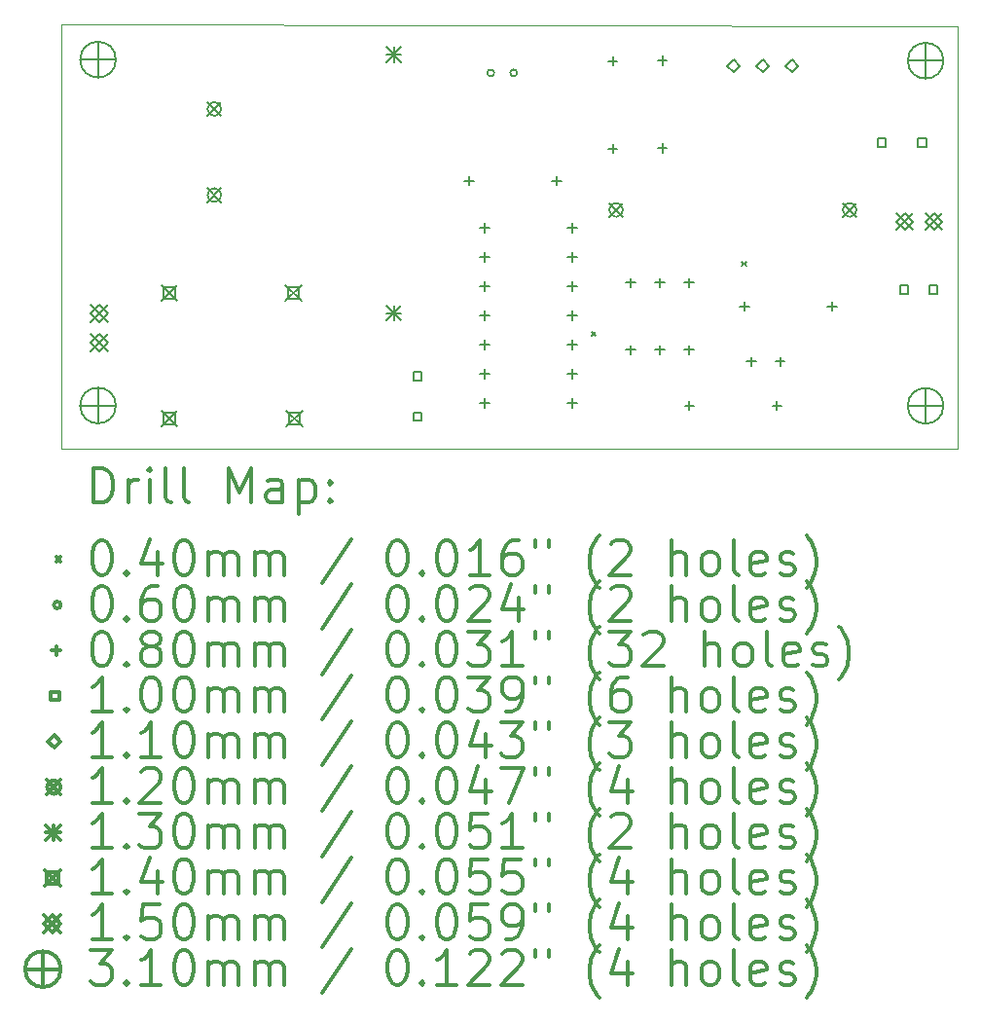
<source format=gbr>
%FSLAX45Y45*%
G04 Gerber Fmt 4.5, Leading zero omitted, Abs format (unit mm)*
G04 Created by KiCad (PCBNEW 5.1.5+dfsg1-2) date 2020-03-29 15:26:55*
%MOMM*%
%LPD*%
G04 APERTURE LIST*
%TA.AperFunction,Profile*%
%ADD10C,0.050000*%
%TD*%
%ADD11C,0.200000*%
%ADD12C,0.300000*%
G04 APERTURE END LIST*
D10*
X4563720Y-9668400D02*
X4565720Y-5983400D01*
X12364720Y-9672320D02*
X4563720Y-9668400D01*
X12364720Y-5994400D02*
X12364720Y-9672320D01*
X4565720Y-5983400D02*
X12364720Y-5994400D01*
D11*
X9177720Y-8652400D02*
X9217720Y-8692400D01*
X9217720Y-8652400D02*
X9177720Y-8692400D01*
X10486220Y-8043400D02*
X10526220Y-8083400D01*
X10526220Y-8043400D02*
X10486220Y-8083400D01*
X8331720Y-6403400D02*
G75*
G03X8331720Y-6403400I-30000J0D01*
G01*
X8531720Y-6403400D02*
G75*
G03X8531720Y-6403400I-30000J0D01*
G01*
X9519720Y-8772400D02*
X9519720Y-8852400D01*
X9479720Y-8812400D02*
X9559720Y-8812400D01*
X9773720Y-8772400D02*
X9773720Y-8852400D01*
X9733720Y-8812400D02*
X9813720Y-8812400D01*
X10027720Y-8772400D02*
X10027720Y-8852400D01*
X9987720Y-8812400D02*
X10067720Y-8812400D01*
X8249920Y-7712080D02*
X8249920Y-7792080D01*
X8209920Y-7752080D02*
X8289920Y-7752080D01*
X8249920Y-7966080D02*
X8249920Y-8046080D01*
X8209920Y-8006080D02*
X8289920Y-8006080D01*
X8249920Y-8220080D02*
X8249920Y-8300080D01*
X8209920Y-8260080D02*
X8289920Y-8260080D01*
X8249920Y-8474080D02*
X8249920Y-8554080D01*
X8209920Y-8514080D02*
X8289920Y-8514080D01*
X8249920Y-8728080D02*
X8249920Y-8808080D01*
X8209920Y-8768080D02*
X8289920Y-8768080D01*
X8249920Y-8982080D02*
X8249920Y-9062080D01*
X8209920Y-9022080D02*
X8289920Y-9022080D01*
X8249920Y-9236080D02*
X8249920Y-9316080D01*
X8209920Y-9276080D02*
X8289920Y-9276080D01*
X9011920Y-7712080D02*
X9011920Y-7792080D01*
X8971920Y-7752080D02*
X9051920Y-7752080D01*
X9011920Y-7966080D02*
X9011920Y-8046080D01*
X8971920Y-8006080D02*
X9051920Y-8006080D01*
X9011920Y-8220080D02*
X9011920Y-8300080D01*
X8971920Y-8260080D02*
X9051920Y-8260080D01*
X9011920Y-8474080D02*
X9011920Y-8554080D01*
X8971920Y-8514080D02*
X9051920Y-8514080D01*
X9011920Y-8728080D02*
X9011920Y-8808080D01*
X8971920Y-8768080D02*
X9051920Y-8768080D01*
X9011920Y-8982080D02*
X9011920Y-9062080D01*
X8971920Y-9022080D02*
X9051920Y-9022080D01*
X9011920Y-9236080D02*
X9011920Y-9316080D01*
X8971920Y-9276080D02*
X9051920Y-9276080D01*
X10510520Y-8392800D02*
X10510520Y-8472800D01*
X10470520Y-8432800D02*
X10550520Y-8432800D01*
X11272520Y-8392800D02*
X11272520Y-8472800D01*
X11232520Y-8432800D02*
X11312520Y-8432800D01*
X9363720Y-6259200D02*
X9363720Y-6339200D01*
X9323720Y-6299200D02*
X9403720Y-6299200D01*
X9363720Y-7021200D02*
X9363720Y-7101200D01*
X9323720Y-7061200D02*
X9403720Y-7061200D01*
X9795720Y-6254400D02*
X9795720Y-6334400D01*
X9755720Y-6294400D02*
X9835720Y-6294400D01*
X9795720Y-7016400D02*
X9795720Y-7096400D01*
X9755720Y-7056400D02*
X9835720Y-7056400D01*
X9519720Y-8188400D02*
X9519720Y-8268400D01*
X9479720Y-8228400D02*
X9559720Y-8228400D01*
X9773720Y-8188400D02*
X9773720Y-8268400D01*
X9733720Y-8228400D02*
X9813720Y-8228400D01*
X10027720Y-8188400D02*
X10027720Y-8268400D01*
X9987720Y-8228400D02*
X10067720Y-8228400D01*
X8113720Y-7300400D02*
X8113720Y-7380400D01*
X8073720Y-7340400D02*
X8153720Y-7340400D01*
X8875720Y-7300400D02*
X8875720Y-7380400D01*
X8835720Y-7340400D02*
X8915720Y-7340400D01*
X10569720Y-8873400D02*
X10569720Y-8953400D01*
X10529720Y-8913400D02*
X10609720Y-8913400D01*
X10819720Y-8873400D02*
X10819720Y-8953400D01*
X10779720Y-8913400D02*
X10859720Y-8913400D01*
X10030720Y-9255400D02*
X10030720Y-9335400D01*
X9990720Y-9295400D02*
X10070720Y-9295400D01*
X10792720Y-9255400D02*
X10792720Y-9335400D01*
X10752720Y-9295400D02*
X10832720Y-9295400D01*
X11936076Y-8321756D02*
X11936076Y-8251044D01*
X11865364Y-8251044D01*
X11865364Y-8321756D01*
X11936076Y-8321756D01*
X12190076Y-8321756D02*
X12190076Y-8251044D01*
X12119364Y-8251044D01*
X12119364Y-8321756D01*
X12190076Y-8321756D01*
X7701076Y-9075756D02*
X7701076Y-9005044D01*
X7630364Y-9005044D01*
X7630364Y-9075756D01*
X7701076Y-9075756D01*
X7701076Y-9425756D02*
X7701076Y-9355044D01*
X7630364Y-9355044D01*
X7630364Y-9425756D01*
X7701076Y-9425756D01*
X11739676Y-7045756D02*
X11739676Y-6975044D01*
X11668964Y-6975044D01*
X11668964Y-7045756D01*
X11739676Y-7045756D01*
X12089676Y-7045756D02*
X12089676Y-6975044D01*
X12018964Y-6975044D01*
X12018964Y-7045756D01*
X12089676Y-7045756D01*
X10412720Y-6399400D02*
X10467720Y-6344400D01*
X10412720Y-6289400D01*
X10357720Y-6344400D01*
X10412720Y-6399400D01*
X10666720Y-6399400D02*
X10721720Y-6344400D01*
X10666720Y-6289400D01*
X10611720Y-6344400D01*
X10666720Y-6399400D01*
X10920720Y-6399400D02*
X10975720Y-6344400D01*
X10920720Y-6289400D01*
X10865720Y-6344400D01*
X10920720Y-6399400D01*
X5837720Y-6656400D02*
X5957720Y-6776400D01*
X5957720Y-6656400D02*
X5837720Y-6776400D01*
X5957720Y-6716400D02*
G75*
G03X5957720Y-6716400I-60000J0D01*
G01*
X5837720Y-7406400D02*
X5957720Y-7526400D01*
X5957720Y-7406400D02*
X5837720Y-7526400D01*
X5957720Y-7466400D02*
G75*
G03X5957720Y-7466400I-60000J0D01*
G01*
X9332920Y-7534600D02*
X9452920Y-7654600D01*
X9452920Y-7534600D02*
X9332920Y-7654600D01*
X9452920Y-7594600D02*
G75*
G03X9452920Y-7594600I-60000J0D01*
G01*
X11364920Y-7534600D02*
X11484920Y-7654600D01*
X11484920Y-7534600D02*
X11364920Y-7654600D01*
X11484920Y-7594600D02*
G75*
G03X11484920Y-7594600I-60000J0D01*
G01*
X7393720Y-6178400D02*
X7523720Y-6308400D01*
X7523720Y-6178400D02*
X7393720Y-6308400D01*
X7458720Y-6178400D02*
X7458720Y-6308400D01*
X7393720Y-6243400D02*
X7523720Y-6243400D01*
X7393720Y-8428400D02*
X7523720Y-8558400D01*
X7523720Y-8428400D02*
X7393720Y-8558400D01*
X7458720Y-8428400D02*
X7458720Y-8558400D01*
X7393720Y-8493400D02*
X7523720Y-8493400D01*
X5434720Y-8248400D02*
X5574720Y-8388400D01*
X5574720Y-8248400D02*
X5434720Y-8388400D01*
X5554218Y-8367898D02*
X5554218Y-8268902D01*
X5455222Y-8268902D01*
X5455222Y-8367898D01*
X5554218Y-8367898D01*
X5434720Y-9338400D02*
X5574720Y-9478400D01*
X5574720Y-9338400D02*
X5434720Y-9478400D01*
X5554218Y-9457898D02*
X5554218Y-9358902D01*
X5455222Y-9358902D01*
X5455222Y-9457898D01*
X5554218Y-9457898D01*
X6514720Y-8248400D02*
X6654720Y-8388400D01*
X6654720Y-8248400D02*
X6514720Y-8388400D01*
X6634218Y-8367898D02*
X6634218Y-8268902D01*
X6535222Y-8268902D01*
X6535222Y-8367898D01*
X6634218Y-8367898D01*
X6524720Y-9338400D02*
X6664720Y-9478400D01*
X6664720Y-9338400D02*
X6524720Y-9478400D01*
X6644218Y-9457898D02*
X6644218Y-9358902D01*
X6545222Y-9358902D01*
X6545222Y-9457898D01*
X6644218Y-9457898D01*
X4823720Y-8418400D02*
X4973720Y-8568400D01*
X4973720Y-8418400D02*
X4823720Y-8568400D01*
X4898720Y-8568400D02*
X4973720Y-8493400D01*
X4898720Y-8418400D01*
X4823720Y-8493400D01*
X4898720Y-8568400D01*
X4823720Y-8672400D02*
X4973720Y-8822400D01*
X4973720Y-8672400D02*
X4823720Y-8822400D01*
X4898720Y-8822400D02*
X4973720Y-8747400D01*
X4898720Y-8672400D01*
X4823720Y-8747400D01*
X4898720Y-8822400D01*
X11828720Y-7621200D02*
X11978720Y-7771200D01*
X11978720Y-7621200D02*
X11828720Y-7771200D01*
X11903720Y-7771200D02*
X11978720Y-7696200D01*
X11903720Y-7621200D01*
X11828720Y-7696200D01*
X11903720Y-7771200D01*
X12082720Y-7621200D02*
X12232720Y-7771200D01*
X12232720Y-7621200D02*
X12082720Y-7771200D01*
X12157720Y-7771200D02*
X12232720Y-7696200D01*
X12157720Y-7621200D01*
X12082720Y-7696200D01*
X12157720Y-7771200D01*
X4885720Y-6132400D02*
X4885720Y-6442400D01*
X4730720Y-6287400D02*
X5040720Y-6287400D01*
X5040720Y-6287400D02*
G75*
G03X5040720Y-6287400I-155000J0D01*
G01*
X4885720Y-9141400D02*
X4885720Y-9451400D01*
X4730720Y-9296400D02*
X5040720Y-9296400D01*
X5040720Y-9296400D02*
G75*
G03X5040720Y-9296400I-155000J0D01*
G01*
X12085320Y-6141660D02*
X12085320Y-6451660D01*
X11930320Y-6296660D02*
X12240320Y-6296660D01*
X12240320Y-6296660D02*
G75*
G03X12240320Y-6296660I-155000J0D01*
G01*
X12085320Y-9143940D02*
X12085320Y-9453940D01*
X11930320Y-9298940D02*
X12240320Y-9298940D01*
X12240320Y-9298940D02*
G75*
G03X12240320Y-9298940I-155000J0D01*
G01*
D12*
X4847648Y-10140534D02*
X4847648Y-9840534D01*
X4919077Y-9840534D01*
X4961934Y-9854820D01*
X4990506Y-9883392D01*
X5004791Y-9911963D01*
X5019077Y-9969106D01*
X5019077Y-10011963D01*
X5004791Y-10069106D01*
X4990506Y-10097677D01*
X4961934Y-10126249D01*
X4919077Y-10140534D01*
X4847648Y-10140534D01*
X5147648Y-10140534D02*
X5147648Y-9940534D01*
X5147648Y-9997677D02*
X5161934Y-9969106D01*
X5176220Y-9954820D01*
X5204791Y-9940534D01*
X5233363Y-9940534D01*
X5333363Y-10140534D02*
X5333363Y-9940534D01*
X5333363Y-9840534D02*
X5319077Y-9854820D01*
X5333363Y-9869106D01*
X5347648Y-9854820D01*
X5333363Y-9840534D01*
X5333363Y-9869106D01*
X5519077Y-10140534D02*
X5490506Y-10126249D01*
X5476220Y-10097677D01*
X5476220Y-9840534D01*
X5676220Y-10140534D02*
X5647648Y-10126249D01*
X5633363Y-10097677D01*
X5633363Y-9840534D01*
X6019077Y-10140534D02*
X6019077Y-9840534D01*
X6119077Y-10054820D01*
X6219077Y-9840534D01*
X6219077Y-10140534D01*
X6490506Y-10140534D02*
X6490506Y-9983392D01*
X6476220Y-9954820D01*
X6447648Y-9940534D01*
X6390506Y-9940534D01*
X6361934Y-9954820D01*
X6490506Y-10126249D02*
X6461934Y-10140534D01*
X6390506Y-10140534D01*
X6361934Y-10126249D01*
X6347648Y-10097677D01*
X6347648Y-10069106D01*
X6361934Y-10040534D01*
X6390506Y-10026249D01*
X6461934Y-10026249D01*
X6490506Y-10011963D01*
X6633363Y-9940534D02*
X6633363Y-10240534D01*
X6633363Y-9954820D02*
X6661934Y-9940534D01*
X6719077Y-9940534D01*
X6747648Y-9954820D01*
X6761934Y-9969106D01*
X6776220Y-9997677D01*
X6776220Y-10083392D01*
X6761934Y-10111963D01*
X6747648Y-10126249D01*
X6719077Y-10140534D01*
X6661934Y-10140534D01*
X6633363Y-10126249D01*
X6904791Y-10111963D02*
X6919077Y-10126249D01*
X6904791Y-10140534D01*
X6890506Y-10126249D01*
X6904791Y-10111963D01*
X6904791Y-10140534D01*
X6904791Y-9954820D02*
X6919077Y-9969106D01*
X6904791Y-9983392D01*
X6890506Y-9969106D01*
X6904791Y-9954820D01*
X6904791Y-9983392D01*
X4521220Y-10614820D02*
X4561220Y-10654820D01*
X4561220Y-10614820D02*
X4521220Y-10654820D01*
X4904791Y-10470534D02*
X4933363Y-10470534D01*
X4961934Y-10484820D01*
X4976220Y-10499106D01*
X4990506Y-10527677D01*
X5004791Y-10584820D01*
X5004791Y-10656249D01*
X4990506Y-10713392D01*
X4976220Y-10741963D01*
X4961934Y-10756249D01*
X4933363Y-10770534D01*
X4904791Y-10770534D01*
X4876220Y-10756249D01*
X4861934Y-10741963D01*
X4847648Y-10713392D01*
X4833363Y-10656249D01*
X4833363Y-10584820D01*
X4847648Y-10527677D01*
X4861934Y-10499106D01*
X4876220Y-10484820D01*
X4904791Y-10470534D01*
X5133363Y-10741963D02*
X5147648Y-10756249D01*
X5133363Y-10770534D01*
X5119077Y-10756249D01*
X5133363Y-10741963D01*
X5133363Y-10770534D01*
X5404791Y-10570534D02*
X5404791Y-10770534D01*
X5333363Y-10456249D02*
X5261934Y-10670534D01*
X5447648Y-10670534D01*
X5619077Y-10470534D02*
X5647648Y-10470534D01*
X5676220Y-10484820D01*
X5690506Y-10499106D01*
X5704791Y-10527677D01*
X5719077Y-10584820D01*
X5719077Y-10656249D01*
X5704791Y-10713392D01*
X5690506Y-10741963D01*
X5676220Y-10756249D01*
X5647648Y-10770534D01*
X5619077Y-10770534D01*
X5590506Y-10756249D01*
X5576220Y-10741963D01*
X5561934Y-10713392D01*
X5547648Y-10656249D01*
X5547648Y-10584820D01*
X5561934Y-10527677D01*
X5576220Y-10499106D01*
X5590506Y-10484820D01*
X5619077Y-10470534D01*
X5847648Y-10770534D02*
X5847648Y-10570534D01*
X5847648Y-10599106D02*
X5861934Y-10584820D01*
X5890506Y-10570534D01*
X5933363Y-10570534D01*
X5961934Y-10584820D01*
X5976220Y-10613392D01*
X5976220Y-10770534D01*
X5976220Y-10613392D02*
X5990506Y-10584820D01*
X6019077Y-10570534D01*
X6061934Y-10570534D01*
X6090506Y-10584820D01*
X6104791Y-10613392D01*
X6104791Y-10770534D01*
X6247648Y-10770534D02*
X6247648Y-10570534D01*
X6247648Y-10599106D02*
X6261934Y-10584820D01*
X6290506Y-10570534D01*
X6333363Y-10570534D01*
X6361934Y-10584820D01*
X6376220Y-10613392D01*
X6376220Y-10770534D01*
X6376220Y-10613392D02*
X6390506Y-10584820D01*
X6419077Y-10570534D01*
X6461934Y-10570534D01*
X6490506Y-10584820D01*
X6504791Y-10613392D01*
X6504791Y-10770534D01*
X7090506Y-10456249D02*
X6833363Y-10841963D01*
X7476220Y-10470534D02*
X7504791Y-10470534D01*
X7533363Y-10484820D01*
X7547648Y-10499106D01*
X7561934Y-10527677D01*
X7576220Y-10584820D01*
X7576220Y-10656249D01*
X7561934Y-10713392D01*
X7547648Y-10741963D01*
X7533363Y-10756249D01*
X7504791Y-10770534D01*
X7476220Y-10770534D01*
X7447648Y-10756249D01*
X7433363Y-10741963D01*
X7419077Y-10713392D01*
X7404791Y-10656249D01*
X7404791Y-10584820D01*
X7419077Y-10527677D01*
X7433363Y-10499106D01*
X7447648Y-10484820D01*
X7476220Y-10470534D01*
X7704791Y-10741963D02*
X7719077Y-10756249D01*
X7704791Y-10770534D01*
X7690506Y-10756249D01*
X7704791Y-10741963D01*
X7704791Y-10770534D01*
X7904791Y-10470534D02*
X7933363Y-10470534D01*
X7961934Y-10484820D01*
X7976220Y-10499106D01*
X7990506Y-10527677D01*
X8004791Y-10584820D01*
X8004791Y-10656249D01*
X7990506Y-10713392D01*
X7976220Y-10741963D01*
X7961934Y-10756249D01*
X7933363Y-10770534D01*
X7904791Y-10770534D01*
X7876220Y-10756249D01*
X7861934Y-10741963D01*
X7847648Y-10713392D01*
X7833363Y-10656249D01*
X7833363Y-10584820D01*
X7847648Y-10527677D01*
X7861934Y-10499106D01*
X7876220Y-10484820D01*
X7904791Y-10470534D01*
X8290506Y-10770534D02*
X8119077Y-10770534D01*
X8204791Y-10770534D02*
X8204791Y-10470534D01*
X8176220Y-10513392D01*
X8147648Y-10541963D01*
X8119077Y-10556249D01*
X8547648Y-10470534D02*
X8490506Y-10470534D01*
X8461934Y-10484820D01*
X8447648Y-10499106D01*
X8419077Y-10541963D01*
X8404791Y-10599106D01*
X8404791Y-10713392D01*
X8419077Y-10741963D01*
X8433363Y-10756249D01*
X8461934Y-10770534D01*
X8519077Y-10770534D01*
X8547648Y-10756249D01*
X8561934Y-10741963D01*
X8576220Y-10713392D01*
X8576220Y-10641963D01*
X8561934Y-10613392D01*
X8547648Y-10599106D01*
X8519077Y-10584820D01*
X8461934Y-10584820D01*
X8433363Y-10599106D01*
X8419077Y-10613392D01*
X8404791Y-10641963D01*
X8690506Y-10470534D02*
X8690506Y-10527677D01*
X8804791Y-10470534D02*
X8804791Y-10527677D01*
X9247648Y-10884820D02*
X9233363Y-10870534D01*
X9204791Y-10827677D01*
X9190506Y-10799106D01*
X9176220Y-10756249D01*
X9161934Y-10684820D01*
X9161934Y-10627677D01*
X9176220Y-10556249D01*
X9190506Y-10513392D01*
X9204791Y-10484820D01*
X9233363Y-10441963D01*
X9247648Y-10427677D01*
X9347648Y-10499106D02*
X9361934Y-10484820D01*
X9390506Y-10470534D01*
X9461934Y-10470534D01*
X9490506Y-10484820D01*
X9504791Y-10499106D01*
X9519077Y-10527677D01*
X9519077Y-10556249D01*
X9504791Y-10599106D01*
X9333363Y-10770534D01*
X9519077Y-10770534D01*
X9876220Y-10770534D02*
X9876220Y-10470534D01*
X10004791Y-10770534D02*
X10004791Y-10613392D01*
X9990506Y-10584820D01*
X9961934Y-10570534D01*
X9919077Y-10570534D01*
X9890506Y-10584820D01*
X9876220Y-10599106D01*
X10190506Y-10770534D02*
X10161934Y-10756249D01*
X10147648Y-10741963D01*
X10133363Y-10713392D01*
X10133363Y-10627677D01*
X10147648Y-10599106D01*
X10161934Y-10584820D01*
X10190506Y-10570534D01*
X10233363Y-10570534D01*
X10261934Y-10584820D01*
X10276220Y-10599106D01*
X10290506Y-10627677D01*
X10290506Y-10713392D01*
X10276220Y-10741963D01*
X10261934Y-10756249D01*
X10233363Y-10770534D01*
X10190506Y-10770534D01*
X10461934Y-10770534D02*
X10433363Y-10756249D01*
X10419077Y-10727677D01*
X10419077Y-10470534D01*
X10690506Y-10756249D02*
X10661934Y-10770534D01*
X10604791Y-10770534D01*
X10576220Y-10756249D01*
X10561934Y-10727677D01*
X10561934Y-10613392D01*
X10576220Y-10584820D01*
X10604791Y-10570534D01*
X10661934Y-10570534D01*
X10690506Y-10584820D01*
X10704791Y-10613392D01*
X10704791Y-10641963D01*
X10561934Y-10670534D01*
X10819077Y-10756249D02*
X10847648Y-10770534D01*
X10904791Y-10770534D01*
X10933363Y-10756249D01*
X10947648Y-10727677D01*
X10947648Y-10713392D01*
X10933363Y-10684820D01*
X10904791Y-10670534D01*
X10861934Y-10670534D01*
X10833363Y-10656249D01*
X10819077Y-10627677D01*
X10819077Y-10613392D01*
X10833363Y-10584820D01*
X10861934Y-10570534D01*
X10904791Y-10570534D01*
X10933363Y-10584820D01*
X11047648Y-10884820D02*
X11061934Y-10870534D01*
X11090506Y-10827677D01*
X11104791Y-10799106D01*
X11119077Y-10756249D01*
X11133363Y-10684820D01*
X11133363Y-10627677D01*
X11119077Y-10556249D01*
X11104791Y-10513392D01*
X11090506Y-10484820D01*
X11061934Y-10441963D01*
X11047648Y-10427677D01*
X4561220Y-11030820D02*
G75*
G03X4561220Y-11030820I-30000J0D01*
G01*
X4904791Y-10866534D02*
X4933363Y-10866534D01*
X4961934Y-10880820D01*
X4976220Y-10895106D01*
X4990506Y-10923677D01*
X5004791Y-10980820D01*
X5004791Y-11052249D01*
X4990506Y-11109392D01*
X4976220Y-11137963D01*
X4961934Y-11152249D01*
X4933363Y-11166534D01*
X4904791Y-11166534D01*
X4876220Y-11152249D01*
X4861934Y-11137963D01*
X4847648Y-11109392D01*
X4833363Y-11052249D01*
X4833363Y-10980820D01*
X4847648Y-10923677D01*
X4861934Y-10895106D01*
X4876220Y-10880820D01*
X4904791Y-10866534D01*
X5133363Y-11137963D02*
X5147648Y-11152249D01*
X5133363Y-11166534D01*
X5119077Y-11152249D01*
X5133363Y-11137963D01*
X5133363Y-11166534D01*
X5404791Y-10866534D02*
X5347648Y-10866534D01*
X5319077Y-10880820D01*
X5304791Y-10895106D01*
X5276220Y-10937963D01*
X5261934Y-10995106D01*
X5261934Y-11109392D01*
X5276220Y-11137963D01*
X5290506Y-11152249D01*
X5319077Y-11166534D01*
X5376220Y-11166534D01*
X5404791Y-11152249D01*
X5419077Y-11137963D01*
X5433363Y-11109392D01*
X5433363Y-11037963D01*
X5419077Y-11009392D01*
X5404791Y-10995106D01*
X5376220Y-10980820D01*
X5319077Y-10980820D01*
X5290506Y-10995106D01*
X5276220Y-11009392D01*
X5261934Y-11037963D01*
X5619077Y-10866534D02*
X5647648Y-10866534D01*
X5676220Y-10880820D01*
X5690506Y-10895106D01*
X5704791Y-10923677D01*
X5719077Y-10980820D01*
X5719077Y-11052249D01*
X5704791Y-11109392D01*
X5690506Y-11137963D01*
X5676220Y-11152249D01*
X5647648Y-11166534D01*
X5619077Y-11166534D01*
X5590506Y-11152249D01*
X5576220Y-11137963D01*
X5561934Y-11109392D01*
X5547648Y-11052249D01*
X5547648Y-10980820D01*
X5561934Y-10923677D01*
X5576220Y-10895106D01*
X5590506Y-10880820D01*
X5619077Y-10866534D01*
X5847648Y-11166534D02*
X5847648Y-10966534D01*
X5847648Y-10995106D02*
X5861934Y-10980820D01*
X5890506Y-10966534D01*
X5933363Y-10966534D01*
X5961934Y-10980820D01*
X5976220Y-11009392D01*
X5976220Y-11166534D01*
X5976220Y-11009392D02*
X5990506Y-10980820D01*
X6019077Y-10966534D01*
X6061934Y-10966534D01*
X6090506Y-10980820D01*
X6104791Y-11009392D01*
X6104791Y-11166534D01*
X6247648Y-11166534D02*
X6247648Y-10966534D01*
X6247648Y-10995106D02*
X6261934Y-10980820D01*
X6290506Y-10966534D01*
X6333363Y-10966534D01*
X6361934Y-10980820D01*
X6376220Y-11009392D01*
X6376220Y-11166534D01*
X6376220Y-11009392D02*
X6390506Y-10980820D01*
X6419077Y-10966534D01*
X6461934Y-10966534D01*
X6490506Y-10980820D01*
X6504791Y-11009392D01*
X6504791Y-11166534D01*
X7090506Y-10852249D02*
X6833363Y-11237963D01*
X7476220Y-10866534D02*
X7504791Y-10866534D01*
X7533363Y-10880820D01*
X7547648Y-10895106D01*
X7561934Y-10923677D01*
X7576220Y-10980820D01*
X7576220Y-11052249D01*
X7561934Y-11109392D01*
X7547648Y-11137963D01*
X7533363Y-11152249D01*
X7504791Y-11166534D01*
X7476220Y-11166534D01*
X7447648Y-11152249D01*
X7433363Y-11137963D01*
X7419077Y-11109392D01*
X7404791Y-11052249D01*
X7404791Y-10980820D01*
X7419077Y-10923677D01*
X7433363Y-10895106D01*
X7447648Y-10880820D01*
X7476220Y-10866534D01*
X7704791Y-11137963D02*
X7719077Y-11152249D01*
X7704791Y-11166534D01*
X7690506Y-11152249D01*
X7704791Y-11137963D01*
X7704791Y-11166534D01*
X7904791Y-10866534D02*
X7933363Y-10866534D01*
X7961934Y-10880820D01*
X7976220Y-10895106D01*
X7990506Y-10923677D01*
X8004791Y-10980820D01*
X8004791Y-11052249D01*
X7990506Y-11109392D01*
X7976220Y-11137963D01*
X7961934Y-11152249D01*
X7933363Y-11166534D01*
X7904791Y-11166534D01*
X7876220Y-11152249D01*
X7861934Y-11137963D01*
X7847648Y-11109392D01*
X7833363Y-11052249D01*
X7833363Y-10980820D01*
X7847648Y-10923677D01*
X7861934Y-10895106D01*
X7876220Y-10880820D01*
X7904791Y-10866534D01*
X8119077Y-10895106D02*
X8133363Y-10880820D01*
X8161934Y-10866534D01*
X8233363Y-10866534D01*
X8261934Y-10880820D01*
X8276220Y-10895106D01*
X8290506Y-10923677D01*
X8290506Y-10952249D01*
X8276220Y-10995106D01*
X8104791Y-11166534D01*
X8290506Y-11166534D01*
X8547648Y-10966534D02*
X8547648Y-11166534D01*
X8476220Y-10852249D02*
X8404791Y-11066534D01*
X8590506Y-11066534D01*
X8690506Y-10866534D02*
X8690506Y-10923677D01*
X8804791Y-10866534D02*
X8804791Y-10923677D01*
X9247648Y-11280820D02*
X9233363Y-11266534D01*
X9204791Y-11223677D01*
X9190506Y-11195106D01*
X9176220Y-11152249D01*
X9161934Y-11080820D01*
X9161934Y-11023677D01*
X9176220Y-10952249D01*
X9190506Y-10909392D01*
X9204791Y-10880820D01*
X9233363Y-10837963D01*
X9247648Y-10823677D01*
X9347648Y-10895106D02*
X9361934Y-10880820D01*
X9390506Y-10866534D01*
X9461934Y-10866534D01*
X9490506Y-10880820D01*
X9504791Y-10895106D01*
X9519077Y-10923677D01*
X9519077Y-10952249D01*
X9504791Y-10995106D01*
X9333363Y-11166534D01*
X9519077Y-11166534D01*
X9876220Y-11166534D02*
X9876220Y-10866534D01*
X10004791Y-11166534D02*
X10004791Y-11009392D01*
X9990506Y-10980820D01*
X9961934Y-10966534D01*
X9919077Y-10966534D01*
X9890506Y-10980820D01*
X9876220Y-10995106D01*
X10190506Y-11166534D02*
X10161934Y-11152249D01*
X10147648Y-11137963D01*
X10133363Y-11109392D01*
X10133363Y-11023677D01*
X10147648Y-10995106D01*
X10161934Y-10980820D01*
X10190506Y-10966534D01*
X10233363Y-10966534D01*
X10261934Y-10980820D01*
X10276220Y-10995106D01*
X10290506Y-11023677D01*
X10290506Y-11109392D01*
X10276220Y-11137963D01*
X10261934Y-11152249D01*
X10233363Y-11166534D01*
X10190506Y-11166534D01*
X10461934Y-11166534D02*
X10433363Y-11152249D01*
X10419077Y-11123677D01*
X10419077Y-10866534D01*
X10690506Y-11152249D02*
X10661934Y-11166534D01*
X10604791Y-11166534D01*
X10576220Y-11152249D01*
X10561934Y-11123677D01*
X10561934Y-11009392D01*
X10576220Y-10980820D01*
X10604791Y-10966534D01*
X10661934Y-10966534D01*
X10690506Y-10980820D01*
X10704791Y-11009392D01*
X10704791Y-11037963D01*
X10561934Y-11066534D01*
X10819077Y-11152249D02*
X10847648Y-11166534D01*
X10904791Y-11166534D01*
X10933363Y-11152249D01*
X10947648Y-11123677D01*
X10947648Y-11109392D01*
X10933363Y-11080820D01*
X10904791Y-11066534D01*
X10861934Y-11066534D01*
X10833363Y-11052249D01*
X10819077Y-11023677D01*
X10819077Y-11009392D01*
X10833363Y-10980820D01*
X10861934Y-10966534D01*
X10904791Y-10966534D01*
X10933363Y-10980820D01*
X11047648Y-11280820D02*
X11061934Y-11266534D01*
X11090506Y-11223677D01*
X11104791Y-11195106D01*
X11119077Y-11152249D01*
X11133363Y-11080820D01*
X11133363Y-11023677D01*
X11119077Y-10952249D01*
X11104791Y-10909392D01*
X11090506Y-10880820D01*
X11061934Y-10837963D01*
X11047648Y-10823677D01*
X4521220Y-11386820D02*
X4521220Y-11466820D01*
X4481220Y-11426820D02*
X4561220Y-11426820D01*
X4904791Y-11262534D02*
X4933363Y-11262534D01*
X4961934Y-11276820D01*
X4976220Y-11291106D01*
X4990506Y-11319677D01*
X5004791Y-11376820D01*
X5004791Y-11448249D01*
X4990506Y-11505391D01*
X4976220Y-11533963D01*
X4961934Y-11548249D01*
X4933363Y-11562534D01*
X4904791Y-11562534D01*
X4876220Y-11548249D01*
X4861934Y-11533963D01*
X4847648Y-11505391D01*
X4833363Y-11448249D01*
X4833363Y-11376820D01*
X4847648Y-11319677D01*
X4861934Y-11291106D01*
X4876220Y-11276820D01*
X4904791Y-11262534D01*
X5133363Y-11533963D02*
X5147648Y-11548249D01*
X5133363Y-11562534D01*
X5119077Y-11548249D01*
X5133363Y-11533963D01*
X5133363Y-11562534D01*
X5319077Y-11391106D02*
X5290506Y-11376820D01*
X5276220Y-11362534D01*
X5261934Y-11333963D01*
X5261934Y-11319677D01*
X5276220Y-11291106D01*
X5290506Y-11276820D01*
X5319077Y-11262534D01*
X5376220Y-11262534D01*
X5404791Y-11276820D01*
X5419077Y-11291106D01*
X5433363Y-11319677D01*
X5433363Y-11333963D01*
X5419077Y-11362534D01*
X5404791Y-11376820D01*
X5376220Y-11391106D01*
X5319077Y-11391106D01*
X5290506Y-11405391D01*
X5276220Y-11419677D01*
X5261934Y-11448249D01*
X5261934Y-11505391D01*
X5276220Y-11533963D01*
X5290506Y-11548249D01*
X5319077Y-11562534D01*
X5376220Y-11562534D01*
X5404791Y-11548249D01*
X5419077Y-11533963D01*
X5433363Y-11505391D01*
X5433363Y-11448249D01*
X5419077Y-11419677D01*
X5404791Y-11405391D01*
X5376220Y-11391106D01*
X5619077Y-11262534D02*
X5647648Y-11262534D01*
X5676220Y-11276820D01*
X5690506Y-11291106D01*
X5704791Y-11319677D01*
X5719077Y-11376820D01*
X5719077Y-11448249D01*
X5704791Y-11505391D01*
X5690506Y-11533963D01*
X5676220Y-11548249D01*
X5647648Y-11562534D01*
X5619077Y-11562534D01*
X5590506Y-11548249D01*
X5576220Y-11533963D01*
X5561934Y-11505391D01*
X5547648Y-11448249D01*
X5547648Y-11376820D01*
X5561934Y-11319677D01*
X5576220Y-11291106D01*
X5590506Y-11276820D01*
X5619077Y-11262534D01*
X5847648Y-11562534D02*
X5847648Y-11362534D01*
X5847648Y-11391106D02*
X5861934Y-11376820D01*
X5890506Y-11362534D01*
X5933363Y-11362534D01*
X5961934Y-11376820D01*
X5976220Y-11405391D01*
X5976220Y-11562534D01*
X5976220Y-11405391D02*
X5990506Y-11376820D01*
X6019077Y-11362534D01*
X6061934Y-11362534D01*
X6090506Y-11376820D01*
X6104791Y-11405391D01*
X6104791Y-11562534D01*
X6247648Y-11562534D02*
X6247648Y-11362534D01*
X6247648Y-11391106D02*
X6261934Y-11376820D01*
X6290506Y-11362534D01*
X6333363Y-11362534D01*
X6361934Y-11376820D01*
X6376220Y-11405391D01*
X6376220Y-11562534D01*
X6376220Y-11405391D02*
X6390506Y-11376820D01*
X6419077Y-11362534D01*
X6461934Y-11362534D01*
X6490506Y-11376820D01*
X6504791Y-11405391D01*
X6504791Y-11562534D01*
X7090506Y-11248249D02*
X6833363Y-11633963D01*
X7476220Y-11262534D02*
X7504791Y-11262534D01*
X7533363Y-11276820D01*
X7547648Y-11291106D01*
X7561934Y-11319677D01*
X7576220Y-11376820D01*
X7576220Y-11448249D01*
X7561934Y-11505391D01*
X7547648Y-11533963D01*
X7533363Y-11548249D01*
X7504791Y-11562534D01*
X7476220Y-11562534D01*
X7447648Y-11548249D01*
X7433363Y-11533963D01*
X7419077Y-11505391D01*
X7404791Y-11448249D01*
X7404791Y-11376820D01*
X7419077Y-11319677D01*
X7433363Y-11291106D01*
X7447648Y-11276820D01*
X7476220Y-11262534D01*
X7704791Y-11533963D02*
X7719077Y-11548249D01*
X7704791Y-11562534D01*
X7690506Y-11548249D01*
X7704791Y-11533963D01*
X7704791Y-11562534D01*
X7904791Y-11262534D02*
X7933363Y-11262534D01*
X7961934Y-11276820D01*
X7976220Y-11291106D01*
X7990506Y-11319677D01*
X8004791Y-11376820D01*
X8004791Y-11448249D01*
X7990506Y-11505391D01*
X7976220Y-11533963D01*
X7961934Y-11548249D01*
X7933363Y-11562534D01*
X7904791Y-11562534D01*
X7876220Y-11548249D01*
X7861934Y-11533963D01*
X7847648Y-11505391D01*
X7833363Y-11448249D01*
X7833363Y-11376820D01*
X7847648Y-11319677D01*
X7861934Y-11291106D01*
X7876220Y-11276820D01*
X7904791Y-11262534D01*
X8104791Y-11262534D02*
X8290506Y-11262534D01*
X8190506Y-11376820D01*
X8233363Y-11376820D01*
X8261934Y-11391106D01*
X8276220Y-11405391D01*
X8290506Y-11433963D01*
X8290506Y-11505391D01*
X8276220Y-11533963D01*
X8261934Y-11548249D01*
X8233363Y-11562534D01*
X8147648Y-11562534D01*
X8119077Y-11548249D01*
X8104791Y-11533963D01*
X8576220Y-11562534D02*
X8404791Y-11562534D01*
X8490506Y-11562534D02*
X8490506Y-11262534D01*
X8461934Y-11305391D01*
X8433363Y-11333963D01*
X8404791Y-11348249D01*
X8690506Y-11262534D02*
X8690506Y-11319677D01*
X8804791Y-11262534D02*
X8804791Y-11319677D01*
X9247648Y-11676820D02*
X9233363Y-11662534D01*
X9204791Y-11619677D01*
X9190506Y-11591106D01*
X9176220Y-11548249D01*
X9161934Y-11476820D01*
X9161934Y-11419677D01*
X9176220Y-11348249D01*
X9190506Y-11305391D01*
X9204791Y-11276820D01*
X9233363Y-11233963D01*
X9247648Y-11219677D01*
X9333363Y-11262534D02*
X9519077Y-11262534D01*
X9419077Y-11376820D01*
X9461934Y-11376820D01*
X9490506Y-11391106D01*
X9504791Y-11405391D01*
X9519077Y-11433963D01*
X9519077Y-11505391D01*
X9504791Y-11533963D01*
X9490506Y-11548249D01*
X9461934Y-11562534D01*
X9376220Y-11562534D01*
X9347648Y-11548249D01*
X9333363Y-11533963D01*
X9633363Y-11291106D02*
X9647648Y-11276820D01*
X9676220Y-11262534D01*
X9747648Y-11262534D01*
X9776220Y-11276820D01*
X9790506Y-11291106D01*
X9804791Y-11319677D01*
X9804791Y-11348249D01*
X9790506Y-11391106D01*
X9619077Y-11562534D01*
X9804791Y-11562534D01*
X10161934Y-11562534D02*
X10161934Y-11262534D01*
X10290506Y-11562534D02*
X10290506Y-11405391D01*
X10276220Y-11376820D01*
X10247648Y-11362534D01*
X10204791Y-11362534D01*
X10176220Y-11376820D01*
X10161934Y-11391106D01*
X10476220Y-11562534D02*
X10447648Y-11548249D01*
X10433363Y-11533963D01*
X10419077Y-11505391D01*
X10419077Y-11419677D01*
X10433363Y-11391106D01*
X10447648Y-11376820D01*
X10476220Y-11362534D01*
X10519077Y-11362534D01*
X10547648Y-11376820D01*
X10561934Y-11391106D01*
X10576220Y-11419677D01*
X10576220Y-11505391D01*
X10561934Y-11533963D01*
X10547648Y-11548249D01*
X10519077Y-11562534D01*
X10476220Y-11562534D01*
X10747648Y-11562534D02*
X10719077Y-11548249D01*
X10704791Y-11519677D01*
X10704791Y-11262534D01*
X10976220Y-11548249D02*
X10947648Y-11562534D01*
X10890506Y-11562534D01*
X10861934Y-11548249D01*
X10847648Y-11519677D01*
X10847648Y-11405391D01*
X10861934Y-11376820D01*
X10890506Y-11362534D01*
X10947648Y-11362534D01*
X10976220Y-11376820D01*
X10990506Y-11405391D01*
X10990506Y-11433963D01*
X10847648Y-11462534D01*
X11104791Y-11548249D02*
X11133363Y-11562534D01*
X11190506Y-11562534D01*
X11219077Y-11548249D01*
X11233363Y-11519677D01*
X11233363Y-11505391D01*
X11219077Y-11476820D01*
X11190506Y-11462534D01*
X11147648Y-11462534D01*
X11119077Y-11448249D01*
X11104791Y-11419677D01*
X11104791Y-11405391D01*
X11119077Y-11376820D01*
X11147648Y-11362534D01*
X11190506Y-11362534D01*
X11219077Y-11376820D01*
X11333363Y-11676820D02*
X11347648Y-11662534D01*
X11376220Y-11619677D01*
X11390506Y-11591106D01*
X11404791Y-11548249D01*
X11419077Y-11476820D01*
X11419077Y-11419677D01*
X11404791Y-11348249D01*
X11390506Y-11305391D01*
X11376220Y-11276820D01*
X11347648Y-11233963D01*
X11333363Y-11219677D01*
X4546576Y-11858176D02*
X4546576Y-11787464D01*
X4475864Y-11787464D01*
X4475864Y-11858176D01*
X4546576Y-11858176D01*
X5004791Y-11958534D02*
X4833363Y-11958534D01*
X4919077Y-11958534D02*
X4919077Y-11658534D01*
X4890506Y-11701391D01*
X4861934Y-11729963D01*
X4833363Y-11744249D01*
X5133363Y-11929963D02*
X5147648Y-11944249D01*
X5133363Y-11958534D01*
X5119077Y-11944249D01*
X5133363Y-11929963D01*
X5133363Y-11958534D01*
X5333363Y-11658534D02*
X5361934Y-11658534D01*
X5390506Y-11672820D01*
X5404791Y-11687106D01*
X5419077Y-11715677D01*
X5433363Y-11772820D01*
X5433363Y-11844249D01*
X5419077Y-11901391D01*
X5404791Y-11929963D01*
X5390506Y-11944249D01*
X5361934Y-11958534D01*
X5333363Y-11958534D01*
X5304791Y-11944249D01*
X5290506Y-11929963D01*
X5276220Y-11901391D01*
X5261934Y-11844249D01*
X5261934Y-11772820D01*
X5276220Y-11715677D01*
X5290506Y-11687106D01*
X5304791Y-11672820D01*
X5333363Y-11658534D01*
X5619077Y-11658534D02*
X5647648Y-11658534D01*
X5676220Y-11672820D01*
X5690506Y-11687106D01*
X5704791Y-11715677D01*
X5719077Y-11772820D01*
X5719077Y-11844249D01*
X5704791Y-11901391D01*
X5690506Y-11929963D01*
X5676220Y-11944249D01*
X5647648Y-11958534D01*
X5619077Y-11958534D01*
X5590506Y-11944249D01*
X5576220Y-11929963D01*
X5561934Y-11901391D01*
X5547648Y-11844249D01*
X5547648Y-11772820D01*
X5561934Y-11715677D01*
X5576220Y-11687106D01*
X5590506Y-11672820D01*
X5619077Y-11658534D01*
X5847648Y-11958534D02*
X5847648Y-11758534D01*
X5847648Y-11787106D02*
X5861934Y-11772820D01*
X5890506Y-11758534D01*
X5933363Y-11758534D01*
X5961934Y-11772820D01*
X5976220Y-11801391D01*
X5976220Y-11958534D01*
X5976220Y-11801391D02*
X5990506Y-11772820D01*
X6019077Y-11758534D01*
X6061934Y-11758534D01*
X6090506Y-11772820D01*
X6104791Y-11801391D01*
X6104791Y-11958534D01*
X6247648Y-11958534D02*
X6247648Y-11758534D01*
X6247648Y-11787106D02*
X6261934Y-11772820D01*
X6290506Y-11758534D01*
X6333363Y-11758534D01*
X6361934Y-11772820D01*
X6376220Y-11801391D01*
X6376220Y-11958534D01*
X6376220Y-11801391D02*
X6390506Y-11772820D01*
X6419077Y-11758534D01*
X6461934Y-11758534D01*
X6490506Y-11772820D01*
X6504791Y-11801391D01*
X6504791Y-11958534D01*
X7090506Y-11644249D02*
X6833363Y-12029963D01*
X7476220Y-11658534D02*
X7504791Y-11658534D01*
X7533363Y-11672820D01*
X7547648Y-11687106D01*
X7561934Y-11715677D01*
X7576220Y-11772820D01*
X7576220Y-11844249D01*
X7561934Y-11901391D01*
X7547648Y-11929963D01*
X7533363Y-11944249D01*
X7504791Y-11958534D01*
X7476220Y-11958534D01*
X7447648Y-11944249D01*
X7433363Y-11929963D01*
X7419077Y-11901391D01*
X7404791Y-11844249D01*
X7404791Y-11772820D01*
X7419077Y-11715677D01*
X7433363Y-11687106D01*
X7447648Y-11672820D01*
X7476220Y-11658534D01*
X7704791Y-11929963D02*
X7719077Y-11944249D01*
X7704791Y-11958534D01*
X7690506Y-11944249D01*
X7704791Y-11929963D01*
X7704791Y-11958534D01*
X7904791Y-11658534D02*
X7933363Y-11658534D01*
X7961934Y-11672820D01*
X7976220Y-11687106D01*
X7990506Y-11715677D01*
X8004791Y-11772820D01*
X8004791Y-11844249D01*
X7990506Y-11901391D01*
X7976220Y-11929963D01*
X7961934Y-11944249D01*
X7933363Y-11958534D01*
X7904791Y-11958534D01*
X7876220Y-11944249D01*
X7861934Y-11929963D01*
X7847648Y-11901391D01*
X7833363Y-11844249D01*
X7833363Y-11772820D01*
X7847648Y-11715677D01*
X7861934Y-11687106D01*
X7876220Y-11672820D01*
X7904791Y-11658534D01*
X8104791Y-11658534D02*
X8290506Y-11658534D01*
X8190506Y-11772820D01*
X8233363Y-11772820D01*
X8261934Y-11787106D01*
X8276220Y-11801391D01*
X8290506Y-11829963D01*
X8290506Y-11901391D01*
X8276220Y-11929963D01*
X8261934Y-11944249D01*
X8233363Y-11958534D01*
X8147648Y-11958534D01*
X8119077Y-11944249D01*
X8104791Y-11929963D01*
X8433363Y-11958534D02*
X8490506Y-11958534D01*
X8519077Y-11944249D01*
X8533363Y-11929963D01*
X8561934Y-11887106D01*
X8576220Y-11829963D01*
X8576220Y-11715677D01*
X8561934Y-11687106D01*
X8547648Y-11672820D01*
X8519077Y-11658534D01*
X8461934Y-11658534D01*
X8433363Y-11672820D01*
X8419077Y-11687106D01*
X8404791Y-11715677D01*
X8404791Y-11787106D01*
X8419077Y-11815677D01*
X8433363Y-11829963D01*
X8461934Y-11844249D01*
X8519077Y-11844249D01*
X8547648Y-11829963D01*
X8561934Y-11815677D01*
X8576220Y-11787106D01*
X8690506Y-11658534D02*
X8690506Y-11715677D01*
X8804791Y-11658534D02*
X8804791Y-11715677D01*
X9247648Y-12072820D02*
X9233363Y-12058534D01*
X9204791Y-12015677D01*
X9190506Y-11987106D01*
X9176220Y-11944249D01*
X9161934Y-11872820D01*
X9161934Y-11815677D01*
X9176220Y-11744249D01*
X9190506Y-11701391D01*
X9204791Y-11672820D01*
X9233363Y-11629963D01*
X9247648Y-11615677D01*
X9490506Y-11658534D02*
X9433363Y-11658534D01*
X9404791Y-11672820D01*
X9390506Y-11687106D01*
X9361934Y-11729963D01*
X9347648Y-11787106D01*
X9347648Y-11901391D01*
X9361934Y-11929963D01*
X9376220Y-11944249D01*
X9404791Y-11958534D01*
X9461934Y-11958534D01*
X9490506Y-11944249D01*
X9504791Y-11929963D01*
X9519077Y-11901391D01*
X9519077Y-11829963D01*
X9504791Y-11801391D01*
X9490506Y-11787106D01*
X9461934Y-11772820D01*
X9404791Y-11772820D01*
X9376220Y-11787106D01*
X9361934Y-11801391D01*
X9347648Y-11829963D01*
X9876220Y-11958534D02*
X9876220Y-11658534D01*
X10004791Y-11958534D02*
X10004791Y-11801391D01*
X9990506Y-11772820D01*
X9961934Y-11758534D01*
X9919077Y-11758534D01*
X9890506Y-11772820D01*
X9876220Y-11787106D01*
X10190506Y-11958534D02*
X10161934Y-11944249D01*
X10147648Y-11929963D01*
X10133363Y-11901391D01*
X10133363Y-11815677D01*
X10147648Y-11787106D01*
X10161934Y-11772820D01*
X10190506Y-11758534D01*
X10233363Y-11758534D01*
X10261934Y-11772820D01*
X10276220Y-11787106D01*
X10290506Y-11815677D01*
X10290506Y-11901391D01*
X10276220Y-11929963D01*
X10261934Y-11944249D01*
X10233363Y-11958534D01*
X10190506Y-11958534D01*
X10461934Y-11958534D02*
X10433363Y-11944249D01*
X10419077Y-11915677D01*
X10419077Y-11658534D01*
X10690506Y-11944249D02*
X10661934Y-11958534D01*
X10604791Y-11958534D01*
X10576220Y-11944249D01*
X10561934Y-11915677D01*
X10561934Y-11801391D01*
X10576220Y-11772820D01*
X10604791Y-11758534D01*
X10661934Y-11758534D01*
X10690506Y-11772820D01*
X10704791Y-11801391D01*
X10704791Y-11829963D01*
X10561934Y-11858534D01*
X10819077Y-11944249D02*
X10847648Y-11958534D01*
X10904791Y-11958534D01*
X10933363Y-11944249D01*
X10947648Y-11915677D01*
X10947648Y-11901391D01*
X10933363Y-11872820D01*
X10904791Y-11858534D01*
X10861934Y-11858534D01*
X10833363Y-11844249D01*
X10819077Y-11815677D01*
X10819077Y-11801391D01*
X10833363Y-11772820D01*
X10861934Y-11758534D01*
X10904791Y-11758534D01*
X10933363Y-11772820D01*
X11047648Y-12072820D02*
X11061934Y-12058534D01*
X11090506Y-12015677D01*
X11104791Y-11987106D01*
X11119077Y-11944249D01*
X11133363Y-11872820D01*
X11133363Y-11815677D01*
X11119077Y-11744249D01*
X11104791Y-11701391D01*
X11090506Y-11672820D01*
X11061934Y-11629963D01*
X11047648Y-11615677D01*
X4506220Y-12273820D02*
X4561220Y-12218820D01*
X4506220Y-12163820D01*
X4451220Y-12218820D01*
X4506220Y-12273820D01*
X5004791Y-12354534D02*
X4833363Y-12354534D01*
X4919077Y-12354534D02*
X4919077Y-12054534D01*
X4890506Y-12097391D01*
X4861934Y-12125963D01*
X4833363Y-12140249D01*
X5133363Y-12325963D02*
X5147648Y-12340249D01*
X5133363Y-12354534D01*
X5119077Y-12340249D01*
X5133363Y-12325963D01*
X5133363Y-12354534D01*
X5433363Y-12354534D02*
X5261934Y-12354534D01*
X5347648Y-12354534D02*
X5347648Y-12054534D01*
X5319077Y-12097391D01*
X5290506Y-12125963D01*
X5261934Y-12140249D01*
X5619077Y-12054534D02*
X5647648Y-12054534D01*
X5676220Y-12068820D01*
X5690506Y-12083106D01*
X5704791Y-12111677D01*
X5719077Y-12168820D01*
X5719077Y-12240249D01*
X5704791Y-12297391D01*
X5690506Y-12325963D01*
X5676220Y-12340249D01*
X5647648Y-12354534D01*
X5619077Y-12354534D01*
X5590506Y-12340249D01*
X5576220Y-12325963D01*
X5561934Y-12297391D01*
X5547648Y-12240249D01*
X5547648Y-12168820D01*
X5561934Y-12111677D01*
X5576220Y-12083106D01*
X5590506Y-12068820D01*
X5619077Y-12054534D01*
X5847648Y-12354534D02*
X5847648Y-12154534D01*
X5847648Y-12183106D02*
X5861934Y-12168820D01*
X5890506Y-12154534D01*
X5933363Y-12154534D01*
X5961934Y-12168820D01*
X5976220Y-12197391D01*
X5976220Y-12354534D01*
X5976220Y-12197391D02*
X5990506Y-12168820D01*
X6019077Y-12154534D01*
X6061934Y-12154534D01*
X6090506Y-12168820D01*
X6104791Y-12197391D01*
X6104791Y-12354534D01*
X6247648Y-12354534D02*
X6247648Y-12154534D01*
X6247648Y-12183106D02*
X6261934Y-12168820D01*
X6290506Y-12154534D01*
X6333363Y-12154534D01*
X6361934Y-12168820D01*
X6376220Y-12197391D01*
X6376220Y-12354534D01*
X6376220Y-12197391D02*
X6390506Y-12168820D01*
X6419077Y-12154534D01*
X6461934Y-12154534D01*
X6490506Y-12168820D01*
X6504791Y-12197391D01*
X6504791Y-12354534D01*
X7090506Y-12040249D02*
X6833363Y-12425963D01*
X7476220Y-12054534D02*
X7504791Y-12054534D01*
X7533363Y-12068820D01*
X7547648Y-12083106D01*
X7561934Y-12111677D01*
X7576220Y-12168820D01*
X7576220Y-12240249D01*
X7561934Y-12297391D01*
X7547648Y-12325963D01*
X7533363Y-12340249D01*
X7504791Y-12354534D01*
X7476220Y-12354534D01*
X7447648Y-12340249D01*
X7433363Y-12325963D01*
X7419077Y-12297391D01*
X7404791Y-12240249D01*
X7404791Y-12168820D01*
X7419077Y-12111677D01*
X7433363Y-12083106D01*
X7447648Y-12068820D01*
X7476220Y-12054534D01*
X7704791Y-12325963D02*
X7719077Y-12340249D01*
X7704791Y-12354534D01*
X7690506Y-12340249D01*
X7704791Y-12325963D01*
X7704791Y-12354534D01*
X7904791Y-12054534D02*
X7933363Y-12054534D01*
X7961934Y-12068820D01*
X7976220Y-12083106D01*
X7990506Y-12111677D01*
X8004791Y-12168820D01*
X8004791Y-12240249D01*
X7990506Y-12297391D01*
X7976220Y-12325963D01*
X7961934Y-12340249D01*
X7933363Y-12354534D01*
X7904791Y-12354534D01*
X7876220Y-12340249D01*
X7861934Y-12325963D01*
X7847648Y-12297391D01*
X7833363Y-12240249D01*
X7833363Y-12168820D01*
X7847648Y-12111677D01*
X7861934Y-12083106D01*
X7876220Y-12068820D01*
X7904791Y-12054534D01*
X8261934Y-12154534D02*
X8261934Y-12354534D01*
X8190506Y-12040249D02*
X8119077Y-12254534D01*
X8304791Y-12254534D01*
X8390506Y-12054534D02*
X8576220Y-12054534D01*
X8476220Y-12168820D01*
X8519077Y-12168820D01*
X8547648Y-12183106D01*
X8561934Y-12197391D01*
X8576220Y-12225963D01*
X8576220Y-12297391D01*
X8561934Y-12325963D01*
X8547648Y-12340249D01*
X8519077Y-12354534D01*
X8433363Y-12354534D01*
X8404791Y-12340249D01*
X8390506Y-12325963D01*
X8690506Y-12054534D02*
X8690506Y-12111677D01*
X8804791Y-12054534D02*
X8804791Y-12111677D01*
X9247648Y-12468820D02*
X9233363Y-12454534D01*
X9204791Y-12411677D01*
X9190506Y-12383106D01*
X9176220Y-12340249D01*
X9161934Y-12268820D01*
X9161934Y-12211677D01*
X9176220Y-12140249D01*
X9190506Y-12097391D01*
X9204791Y-12068820D01*
X9233363Y-12025963D01*
X9247648Y-12011677D01*
X9333363Y-12054534D02*
X9519077Y-12054534D01*
X9419077Y-12168820D01*
X9461934Y-12168820D01*
X9490506Y-12183106D01*
X9504791Y-12197391D01*
X9519077Y-12225963D01*
X9519077Y-12297391D01*
X9504791Y-12325963D01*
X9490506Y-12340249D01*
X9461934Y-12354534D01*
X9376220Y-12354534D01*
X9347648Y-12340249D01*
X9333363Y-12325963D01*
X9876220Y-12354534D02*
X9876220Y-12054534D01*
X10004791Y-12354534D02*
X10004791Y-12197391D01*
X9990506Y-12168820D01*
X9961934Y-12154534D01*
X9919077Y-12154534D01*
X9890506Y-12168820D01*
X9876220Y-12183106D01*
X10190506Y-12354534D02*
X10161934Y-12340249D01*
X10147648Y-12325963D01*
X10133363Y-12297391D01*
X10133363Y-12211677D01*
X10147648Y-12183106D01*
X10161934Y-12168820D01*
X10190506Y-12154534D01*
X10233363Y-12154534D01*
X10261934Y-12168820D01*
X10276220Y-12183106D01*
X10290506Y-12211677D01*
X10290506Y-12297391D01*
X10276220Y-12325963D01*
X10261934Y-12340249D01*
X10233363Y-12354534D01*
X10190506Y-12354534D01*
X10461934Y-12354534D02*
X10433363Y-12340249D01*
X10419077Y-12311677D01*
X10419077Y-12054534D01*
X10690506Y-12340249D02*
X10661934Y-12354534D01*
X10604791Y-12354534D01*
X10576220Y-12340249D01*
X10561934Y-12311677D01*
X10561934Y-12197391D01*
X10576220Y-12168820D01*
X10604791Y-12154534D01*
X10661934Y-12154534D01*
X10690506Y-12168820D01*
X10704791Y-12197391D01*
X10704791Y-12225963D01*
X10561934Y-12254534D01*
X10819077Y-12340249D02*
X10847648Y-12354534D01*
X10904791Y-12354534D01*
X10933363Y-12340249D01*
X10947648Y-12311677D01*
X10947648Y-12297391D01*
X10933363Y-12268820D01*
X10904791Y-12254534D01*
X10861934Y-12254534D01*
X10833363Y-12240249D01*
X10819077Y-12211677D01*
X10819077Y-12197391D01*
X10833363Y-12168820D01*
X10861934Y-12154534D01*
X10904791Y-12154534D01*
X10933363Y-12168820D01*
X11047648Y-12468820D02*
X11061934Y-12454534D01*
X11090506Y-12411677D01*
X11104791Y-12383106D01*
X11119077Y-12340249D01*
X11133363Y-12268820D01*
X11133363Y-12211677D01*
X11119077Y-12140249D01*
X11104791Y-12097391D01*
X11090506Y-12068820D01*
X11061934Y-12025963D01*
X11047648Y-12011677D01*
X4441220Y-12554820D02*
X4561220Y-12674820D01*
X4561220Y-12554820D02*
X4441220Y-12674820D01*
X4561220Y-12614820D02*
G75*
G03X4561220Y-12614820I-60000J0D01*
G01*
X5004791Y-12750534D02*
X4833363Y-12750534D01*
X4919077Y-12750534D02*
X4919077Y-12450534D01*
X4890506Y-12493391D01*
X4861934Y-12521963D01*
X4833363Y-12536249D01*
X5133363Y-12721963D02*
X5147648Y-12736249D01*
X5133363Y-12750534D01*
X5119077Y-12736249D01*
X5133363Y-12721963D01*
X5133363Y-12750534D01*
X5261934Y-12479106D02*
X5276220Y-12464820D01*
X5304791Y-12450534D01*
X5376220Y-12450534D01*
X5404791Y-12464820D01*
X5419077Y-12479106D01*
X5433363Y-12507677D01*
X5433363Y-12536249D01*
X5419077Y-12579106D01*
X5247648Y-12750534D01*
X5433363Y-12750534D01*
X5619077Y-12450534D02*
X5647648Y-12450534D01*
X5676220Y-12464820D01*
X5690506Y-12479106D01*
X5704791Y-12507677D01*
X5719077Y-12564820D01*
X5719077Y-12636249D01*
X5704791Y-12693391D01*
X5690506Y-12721963D01*
X5676220Y-12736249D01*
X5647648Y-12750534D01*
X5619077Y-12750534D01*
X5590506Y-12736249D01*
X5576220Y-12721963D01*
X5561934Y-12693391D01*
X5547648Y-12636249D01*
X5547648Y-12564820D01*
X5561934Y-12507677D01*
X5576220Y-12479106D01*
X5590506Y-12464820D01*
X5619077Y-12450534D01*
X5847648Y-12750534D02*
X5847648Y-12550534D01*
X5847648Y-12579106D02*
X5861934Y-12564820D01*
X5890506Y-12550534D01*
X5933363Y-12550534D01*
X5961934Y-12564820D01*
X5976220Y-12593391D01*
X5976220Y-12750534D01*
X5976220Y-12593391D02*
X5990506Y-12564820D01*
X6019077Y-12550534D01*
X6061934Y-12550534D01*
X6090506Y-12564820D01*
X6104791Y-12593391D01*
X6104791Y-12750534D01*
X6247648Y-12750534D02*
X6247648Y-12550534D01*
X6247648Y-12579106D02*
X6261934Y-12564820D01*
X6290506Y-12550534D01*
X6333363Y-12550534D01*
X6361934Y-12564820D01*
X6376220Y-12593391D01*
X6376220Y-12750534D01*
X6376220Y-12593391D02*
X6390506Y-12564820D01*
X6419077Y-12550534D01*
X6461934Y-12550534D01*
X6490506Y-12564820D01*
X6504791Y-12593391D01*
X6504791Y-12750534D01*
X7090506Y-12436249D02*
X6833363Y-12821963D01*
X7476220Y-12450534D02*
X7504791Y-12450534D01*
X7533363Y-12464820D01*
X7547648Y-12479106D01*
X7561934Y-12507677D01*
X7576220Y-12564820D01*
X7576220Y-12636249D01*
X7561934Y-12693391D01*
X7547648Y-12721963D01*
X7533363Y-12736249D01*
X7504791Y-12750534D01*
X7476220Y-12750534D01*
X7447648Y-12736249D01*
X7433363Y-12721963D01*
X7419077Y-12693391D01*
X7404791Y-12636249D01*
X7404791Y-12564820D01*
X7419077Y-12507677D01*
X7433363Y-12479106D01*
X7447648Y-12464820D01*
X7476220Y-12450534D01*
X7704791Y-12721963D02*
X7719077Y-12736249D01*
X7704791Y-12750534D01*
X7690506Y-12736249D01*
X7704791Y-12721963D01*
X7704791Y-12750534D01*
X7904791Y-12450534D02*
X7933363Y-12450534D01*
X7961934Y-12464820D01*
X7976220Y-12479106D01*
X7990506Y-12507677D01*
X8004791Y-12564820D01*
X8004791Y-12636249D01*
X7990506Y-12693391D01*
X7976220Y-12721963D01*
X7961934Y-12736249D01*
X7933363Y-12750534D01*
X7904791Y-12750534D01*
X7876220Y-12736249D01*
X7861934Y-12721963D01*
X7847648Y-12693391D01*
X7833363Y-12636249D01*
X7833363Y-12564820D01*
X7847648Y-12507677D01*
X7861934Y-12479106D01*
X7876220Y-12464820D01*
X7904791Y-12450534D01*
X8261934Y-12550534D02*
X8261934Y-12750534D01*
X8190506Y-12436249D02*
X8119077Y-12650534D01*
X8304791Y-12650534D01*
X8390506Y-12450534D02*
X8590506Y-12450534D01*
X8461934Y-12750534D01*
X8690506Y-12450534D02*
X8690506Y-12507677D01*
X8804791Y-12450534D02*
X8804791Y-12507677D01*
X9247648Y-12864820D02*
X9233363Y-12850534D01*
X9204791Y-12807677D01*
X9190506Y-12779106D01*
X9176220Y-12736249D01*
X9161934Y-12664820D01*
X9161934Y-12607677D01*
X9176220Y-12536249D01*
X9190506Y-12493391D01*
X9204791Y-12464820D01*
X9233363Y-12421963D01*
X9247648Y-12407677D01*
X9490506Y-12550534D02*
X9490506Y-12750534D01*
X9419077Y-12436249D02*
X9347648Y-12650534D01*
X9533363Y-12650534D01*
X9876220Y-12750534D02*
X9876220Y-12450534D01*
X10004791Y-12750534D02*
X10004791Y-12593391D01*
X9990506Y-12564820D01*
X9961934Y-12550534D01*
X9919077Y-12550534D01*
X9890506Y-12564820D01*
X9876220Y-12579106D01*
X10190506Y-12750534D02*
X10161934Y-12736249D01*
X10147648Y-12721963D01*
X10133363Y-12693391D01*
X10133363Y-12607677D01*
X10147648Y-12579106D01*
X10161934Y-12564820D01*
X10190506Y-12550534D01*
X10233363Y-12550534D01*
X10261934Y-12564820D01*
X10276220Y-12579106D01*
X10290506Y-12607677D01*
X10290506Y-12693391D01*
X10276220Y-12721963D01*
X10261934Y-12736249D01*
X10233363Y-12750534D01*
X10190506Y-12750534D01*
X10461934Y-12750534D02*
X10433363Y-12736249D01*
X10419077Y-12707677D01*
X10419077Y-12450534D01*
X10690506Y-12736249D02*
X10661934Y-12750534D01*
X10604791Y-12750534D01*
X10576220Y-12736249D01*
X10561934Y-12707677D01*
X10561934Y-12593391D01*
X10576220Y-12564820D01*
X10604791Y-12550534D01*
X10661934Y-12550534D01*
X10690506Y-12564820D01*
X10704791Y-12593391D01*
X10704791Y-12621963D01*
X10561934Y-12650534D01*
X10819077Y-12736249D02*
X10847648Y-12750534D01*
X10904791Y-12750534D01*
X10933363Y-12736249D01*
X10947648Y-12707677D01*
X10947648Y-12693391D01*
X10933363Y-12664820D01*
X10904791Y-12650534D01*
X10861934Y-12650534D01*
X10833363Y-12636249D01*
X10819077Y-12607677D01*
X10819077Y-12593391D01*
X10833363Y-12564820D01*
X10861934Y-12550534D01*
X10904791Y-12550534D01*
X10933363Y-12564820D01*
X11047648Y-12864820D02*
X11061934Y-12850534D01*
X11090506Y-12807677D01*
X11104791Y-12779106D01*
X11119077Y-12736249D01*
X11133363Y-12664820D01*
X11133363Y-12607677D01*
X11119077Y-12536249D01*
X11104791Y-12493391D01*
X11090506Y-12464820D01*
X11061934Y-12421963D01*
X11047648Y-12407677D01*
X4431220Y-12945820D02*
X4561220Y-13075820D01*
X4561220Y-12945820D02*
X4431220Y-13075820D01*
X4496220Y-12945820D02*
X4496220Y-13075820D01*
X4431220Y-13010820D02*
X4561220Y-13010820D01*
X5004791Y-13146534D02*
X4833363Y-13146534D01*
X4919077Y-13146534D02*
X4919077Y-12846534D01*
X4890506Y-12889391D01*
X4861934Y-12917963D01*
X4833363Y-12932249D01*
X5133363Y-13117963D02*
X5147648Y-13132249D01*
X5133363Y-13146534D01*
X5119077Y-13132249D01*
X5133363Y-13117963D01*
X5133363Y-13146534D01*
X5247648Y-12846534D02*
X5433363Y-12846534D01*
X5333363Y-12960820D01*
X5376220Y-12960820D01*
X5404791Y-12975106D01*
X5419077Y-12989391D01*
X5433363Y-13017963D01*
X5433363Y-13089391D01*
X5419077Y-13117963D01*
X5404791Y-13132249D01*
X5376220Y-13146534D01*
X5290506Y-13146534D01*
X5261934Y-13132249D01*
X5247648Y-13117963D01*
X5619077Y-12846534D02*
X5647648Y-12846534D01*
X5676220Y-12860820D01*
X5690506Y-12875106D01*
X5704791Y-12903677D01*
X5719077Y-12960820D01*
X5719077Y-13032249D01*
X5704791Y-13089391D01*
X5690506Y-13117963D01*
X5676220Y-13132249D01*
X5647648Y-13146534D01*
X5619077Y-13146534D01*
X5590506Y-13132249D01*
X5576220Y-13117963D01*
X5561934Y-13089391D01*
X5547648Y-13032249D01*
X5547648Y-12960820D01*
X5561934Y-12903677D01*
X5576220Y-12875106D01*
X5590506Y-12860820D01*
X5619077Y-12846534D01*
X5847648Y-13146534D02*
X5847648Y-12946534D01*
X5847648Y-12975106D02*
X5861934Y-12960820D01*
X5890506Y-12946534D01*
X5933363Y-12946534D01*
X5961934Y-12960820D01*
X5976220Y-12989391D01*
X5976220Y-13146534D01*
X5976220Y-12989391D02*
X5990506Y-12960820D01*
X6019077Y-12946534D01*
X6061934Y-12946534D01*
X6090506Y-12960820D01*
X6104791Y-12989391D01*
X6104791Y-13146534D01*
X6247648Y-13146534D02*
X6247648Y-12946534D01*
X6247648Y-12975106D02*
X6261934Y-12960820D01*
X6290506Y-12946534D01*
X6333363Y-12946534D01*
X6361934Y-12960820D01*
X6376220Y-12989391D01*
X6376220Y-13146534D01*
X6376220Y-12989391D02*
X6390506Y-12960820D01*
X6419077Y-12946534D01*
X6461934Y-12946534D01*
X6490506Y-12960820D01*
X6504791Y-12989391D01*
X6504791Y-13146534D01*
X7090506Y-12832249D02*
X6833363Y-13217963D01*
X7476220Y-12846534D02*
X7504791Y-12846534D01*
X7533363Y-12860820D01*
X7547648Y-12875106D01*
X7561934Y-12903677D01*
X7576220Y-12960820D01*
X7576220Y-13032249D01*
X7561934Y-13089391D01*
X7547648Y-13117963D01*
X7533363Y-13132249D01*
X7504791Y-13146534D01*
X7476220Y-13146534D01*
X7447648Y-13132249D01*
X7433363Y-13117963D01*
X7419077Y-13089391D01*
X7404791Y-13032249D01*
X7404791Y-12960820D01*
X7419077Y-12903677D01*
X7433363Y-12875106D01*
X7447648Y-12860820D01*
X7476220Y-12846534D01*
X7704791Y-13117963D02*
X7719077Y-13132249D01*
X7704791Y-13146534D01*
X7690506Y-13132249D01*
X7704791Y-13117963D01*
X7704791Y-13146534D01*
X7904791Y-12846534D02*
X7933363Y-12846534D01*
X7961934Y-12860820D01*
X7976220Y-12875106D01*
X7990506Y-12903677D01*
X8004791Y-12960820D01*
X8004791Y-13032249D01*
X7990506Y-13089391D01*
X7976220Y-13117963D01*
X7961934Y-13132249D01*
X7933363Y-13146534D01*
X7904791Y-13146534D01*
X7876220Y-13132249D01*
X7861934Y-13117963D01*
X7847648Y-13089391D01*
X7833363Y-13032249D01*
X7833363Y-12960820D01*
X7847648Y-12903677D01*
X7861934Y-12875106D01*
X7876220Y-12860820D01*
X7904791Y-12846534D01*
X8276220Y-12846534D02*
X8133363Y-12846534D01*
X8119077Y-12989391D01*
X8133363Y-12975106D01*
X8161934Y-12960820D01*
X8233363Y-12960820D01*
X8261934Y-12975106D01*
X8276220Y-12989391D01*
X8290506Y-13017963D01*
X8290506Y-13089391D01*
X8276220Y-13117963D01*
X8261934Y-13132249D01*
X8233363Y-13146534D01*
X8161934Y-13146534D01*
X8133363Y-13132249D01*
X8119077Y-13117963D01*
X8576220Y-13146534D02*
X8404791Y-13146534D01*
X8490506Y-13146534D02*
X8490506Y-12846534D01*
X8461934Y-12889391D01*
X8433363Y-12917963D01*
X8404791Y-12932249D01*
X8690506Y-12846534D02*
X8690506Y-12903677D01*
X8804791Y-12846534D02*
X8804791Y-12903677D01*
X9247648Y-13260820D02*
X9233363Y-13246534D01*
X9204791Y-13203677D01*
X9190506Y-13175106D01*
X9176220Y-13132249D01*
X9161934Y-13060820D01*
X9161934Y-13003677D01*
X9176220Y-12932249D01*
X9190506Y-12889391D01*
X9204791Y-12860820D01*
X9233363Y-12817963D01*
X9247648Y-12803677D01*
X9347648Y-12875106D02*
X9361934Y-12860820D01*
X9390506Y-12846534D01*
X9461934Y-12846534D01*
X9490506Y-12860820D01*
X9504791Y-12875106D01*
X9519077Y-12903677D01*
X9519077Y-12932249D01*
X9504791Y-12975106D01*
X9333363Y-13146534D01*
X9519077Y-13146534D01*
X9876220Y-13146534D02*
X9876220Y-12846534D01*
X10004791Y-13146534D02*
X10004791Y-12989391D01*
X9990506Y-12960820D01*
X9961934Y-12946534D01*
X9919077Y-12946534D01*
X9890506Y-12960820D01*
X9876220Y-12975106D01*
X10190506Y-13146534D02*
X10161934Y-13132249D01*
X10147648Y-13117963D01*
X10133363Y-13089391D01*
X10133363Y-13003677D01*
X10147648Y-12975106D01*
X10161934Y-12960820D01*
X10190506Y-12946534D01*
X10233363Y-12946534D01*
X10261934Y-12960820D01*
X10276220Y-12975106D01*
X10290506Y-13003677D01*
X10290506Y-13089391D01*
X10276220Y-13117963D01*
X10261934Y-13132249D01*
X10233363Y-13146534D01*
X10190506Y-13146534D01*
X10461934Y-13146534D02*
X10433363Y-13132249D01*
X10419077Y-13103677D01*
X10419077Y-12846534D01*
X10690506Y-13132249D02*
X10661934Y-13146534D01*
X10604791Y-13146534D01*
X10576220Y-13132249D01*
X10561934Y-13103677D01*
X10561934Y-12989391D01*
X10576220Y-12960820D01*
X10604791Y-12946534D01*
X10661934Y-12946534D01*
X10690506Y-12960820D01*
X10704791Y-12989391D01*
X10704791Y-13017963D01*
X10561934Y-13046534D01*
X10819077Y-13132249D02*
X10847648Y-13146534D01*
X10904791Y-13146534D01*
X10933363Y-13132249D01*
X10947648Y-13103677D01*
X10947648Y-13089391D01*
X10933363Y-13060820D01*
X10904791Y-13046534D01*
X10861934Y-13046534D01*
X10833363Y-13032249D01*
X10819077Y-13003677D01*
X10819077Y-12989391D01*
X10833363Y-12960820D01*
X10861934Y-12946534D01*
X10904791Y-12946534D01*
X10933363Y-12960820D01*
X11047648Y-13260820D02*
X11061934Y-13246534D01*
X11090506Y-13203677D01*
X11104791Y-13175106D01*
X11119077Y-13132249D01*
X11133363Y-13060820D01*
X11133363Y-13003677D01*
X11119077Y-12932249D01*
X11104791Y-12889391D01*
X11090506Y-12860820D01*
X11061934Y-12817963D01*
X11047648Y-12803677D01*
X4421220Y-13336820D02*
X4561220Y-13476820D01*
X4561220Y-13336820D02*
X4421220Y-13476820D01*
X4540718Y-13456318D02*
X4540718Y-13357322D01*
X4441722Y-13357322D01*
X4441722Y-13456318D01*
X4540718Y-13456318D01*
X5004791Y-13542534D02*
X4833363Y-13542534D01*
X4919077Y-13542534D02*
X4919077Y-13242534D01*
X4890506Y-13285391D01*
X4861934Y-13313963D01*
X4833363Y-13328249D01*
X5133363Y-13513963D02*
X5147648Y-13528249D01*
X5133363Y-13542534D01*
X5119077Y-13528249D01*
X5133363Y-13513963D01*
X5133363Y-13542534D01*
X5404791Y-13342534D02*
X5404791Y-13542534D01*
X5333363Y-13228249D02*
X5261934Y-13442534D01*
X5447648Y-13442534D01*
X5619077Y-13242534D02*
X5647648Y-13242534D01*
X5676220Y-13256820D01*
X5690506Y-13271106D01*
X5704791Y-13299677D01*
X5719077Y-13356820D01*
X5719077Y-13428249D01*
X5704791Y-13485391D01*
X5690506Y-13513963D01*
X5676220Y-13528249D01*
X5647648Y-13542534D01*
X5619077Y-13542534D01*
X5590506Y-13528249D01*
X5576220Y-13513963D01*
X5561934Y-13485391D01*
X5547648Y-13428249D01*
X5547648Y-13356820D01*
X5561934Y-13299677D01*
X5576220Y-13271106D01*
X5590506Y-13256820D01*
X5619077Y-13242534D01*
X5847648Y-13542534D02*
X5847648Y-13342534D01*
X5847648Y-13371106D02*
X5861934Y-13356820D01*
X5890506Y-13342534D01*
X5933363Y-13342534D01*
X5961934Y-13356820D01*
X5976220Y-13385391D01*
X5976220Y-13542534D01*
X5976220Y-13385391D02*
X5990506Y-13356820D01*
X6019077Y-13342534D01*
X6061934Y-13342534D01*
X6090506Y-13356820D01*
X6104791Y-13385391D01*
X6104791Y-13542534D01*
X6247648Y-13542534D02*
X6247648Y-13342534D01*
X6247648Y-13371106D02*
X6261934Y-13356820D01*
X6290506Y-13342534D01*
X6333363Y-13342534D01*
X6361934Y-13356820D01*
X6376220Y-13385391D01*
X6376220Y-13542534D01*
X6376220Y-13385391D02*
X6390506Y-13356820D01*
X6419077Y-13342534D01*
X6461934Y-13342534D01*
X6490506Y-13356820D01*
X6504791Y-13385391D01*
X6504791Y-13542534D01*
X7090506Y-13228249D02*
X6833363Y-13613963D01*
X7476220Y-13242534D02*
X7504791Y-13242534D01*
X7533363Y-13256820D01*
X7547648Y-13271106D01*
X7561934Y-13299677D01*
X7576220Y-13356820D01*
X7576220Y-13428249D01*
X7561934Y-13485391D01*
X7547648Y-13513963D01*
X7533363Y-13528249D01*
X7504791Y-13542534D01*
X7476220Y-13542534D01*
X7447648Y-13528249D01*
X7433363Y-13513963D01*
X7419077Y-13485391D01*
X7404791Y-13428249D01*
X7404791Y-13356820D01*
X7419077Y-13299677D01*
X7433363Y-13271106D01*
X7447648Y-13256820D01*
X7476220Y-13242534D01*
X7704791Y-13513963D02*
X7719077Y-13528249D01*
X7704791Y-13542534D01*
X7690506Y-13528249D01*
X7704791Y-13513963D01*
X7704791Y-13542534D01*
X7904791Y-13242534D02*
X7933363Y-13242534D01*
X7961934Y-13256820D01*
X7976220Y-13271106D01*
X7990506Y-13299677D01*
X8004791Y-13356820D01*
X8004791Y-13428249D01*
X7990506Y-13485391D01*
X7976220Y-13513963D01*
X7961934Y-13528249D01*
X7933363Y-13542534D01*
X7904791Y-13542534D01*
X7876220Y-13528249D01*
X7861934Y-13513963D01*
X7847648Y-13485391D01*
X7833363Y-13428249D01*
X7833363Y-13356820D01*
X7847648Y-13299677D01*
X7861934Y-13271106D01*
X7876220Y-13256820D01*
X7904791Y-13242534D01*
X8276220Y-13242534D02*
X8133363Y-13242534D01*
X8119077Y-13385391D01*
X8133363Y-13371106D01*
X8161934Y-13356820D01*
X8233363Y-13356820D01*
X8261934Y-13371106D01*
X8276220Y-13385391D01*
X8290506Y-13413963D01*
X8290506Y-13485391D01*
X8276220Y-13513963D01*
X8261934Y-13528249D01*
X8233363Y-13542534D01*
X8161934Y-13542534D01*
X8133363Y-13528249D01*
X8119077Y-13513963D01*
X8561934Y-13242534D02*
X8419077Y-13242534D01*
X8404791Y-13385391D01*
X8419077Y-13371106D01*
X8447648Y-13356820D01*
X8519077Y-13356820D01*
X8547648Y-13371106D01*
X8561934Y-13385391D01*
X8576220Y-13413963D01*
X8576220Y-13485391D01*
X8561934Y-13513963D01*
X8547648Y-13528249D01*
X8519077Y-13542534D01*
X8447648Y-13542534D01*
X8419077Y-13528249D01*
X8404791Y-13513963D01*
X8690506Y-13242534D02*
X8690506Y-13299677D01*
X8804791Y-13242534D02*
X8804791Y-13299677D01*
X9247648Y-13656820D02*
X9233363Y-13642534D01*
X9204791Y-13599677D01*
X9190506Y-13571106D01*
X9176220Y-13528249D01*
X9161934Y-13456820D01*
X9161934Y-13399677D01*
X9176220Y-13328249D01*
X9190506Y-13285391D01*
X9204791Y-13256820D01*
X9233363Y-13213963D01*
X9247648Y-13199677D01*
X9490506Y-13342534D02*
X9490506Y-13542534D01*
X9419077Y-13228249D02*
X9347648Y-13442534D01*
X9533363Y-13442534D01*
X9876220Y-13542534D02*
X9876220Y-13242534D01*
X10004791Y-13542534D02*
X10004791Y-13385391D01*
X9990506Y-13356820D01*
X9961934Y-13342534D01*
X9919077Y-13342534D01*
X9890506Y-13356820D01*
X9876220Y-13371106D01*
X10190506Y-13542534D02*
X10161934Y-13528249D01*
X10147648Y-13513963D01*
X10133363Y-13485391D01*
X10133363Y-13399677D01*
X10147648Y-13371106D01*
X10161934Y-13356820D01*
X10190506Y-13342534D01*
X10233363Y-13342534D01*
X10261934Y-13356820D01*
X10276220Y-13371106D01*
X10290506Y-13399677D01*
X10290506Y-13485391D01*
X10276220Y-13513963D01*
X10261934Y-13528249D01*
X10233363Y-13542534D01*
X10190506Y-13542534D01*
X10461934Y-13542534D02*
X10433363Y-13528249D01*
X10419077Y-13499677D01*
X10419077Y-13242534D01*
X10690506Y-13528249D02*
X10661934Y-13542534D01*
X10604791Y-13542534D01*
X10576220Y-13528249D01*
X10561934Y-13499677D01*
X10561934Y-13385391D01*
X10576220Y-13356820D01*
X10604791Y-13342534D01*
X10661934Y-13342534D01*
X10690506Y-13356820D01*
X10704791Y-13385391D01*
X10704791Y-13413963D01*
X10561934Y-13442534D01*
X10819077Y-13528249D02*
X10847648Y-13542534D01*
X10904791Y-13542534D01*
X10933363Y-13528249D01*
X10947648Y-13499677D01*
X10947648Y-13485391D01*
X10933363Y-13456820D01*
X10904791Y-13442534D01*
X10861934Y-13442534D01*
X10833363Y-13428249D01*
X10819077Y-13399677D01*
X10819077Y-13385391D01*
X10833363Y-13356820D01*
X10861934Y-13342534D01*
X10904791Y-13342534D01*
X10933363Y-13356820D01*
X11047648Y-13656820D02*
X11061934Y-13642534D01*
X11090506Y-13599677D01*
X11104791Y-13571106D01*
X11119077Y-13528249D01*
X11133363Y-13456820D01*
X11133363Y-13399677D01*
X11119077Y-13328249D01*
X11104791Y-13285391D01*
X11090506Y-13256820D01*
X11061934Y-13213963D01*
X11047648Y-13199677D01*
X4411220Y-13727820D02*
X4561220Y-13877820D01*
X4561220Y-13727820D02*
X4411220Y-13877820D01*
X4486220Y-13877820D02*
X4561220Y-13802820D01*
X4486220Y-13727820D01*
X4411220Y-13802820D01*
X4486220Y-13877820D01*
X5004791Y-13938534D02*
X4833363Y-13938534D01*
X4919077Y-13938534D02*
X4919077Y-13638534D01*
X4890506Y-13681391D01*
X4861934Y-13709963D01*
X4833363Y-13724249D01*
X5133363Y-13909963D02*
X5147648Y-13924249D01*
X5133363Y-13938534D01*
X5119077Y-13924249D01*
X5133363Y-13909963D01*
X5133363Y-13938534D01*
X5419077Y-13638534D02*
X5276220Y-13638534D01*
X5261934Y-13781391D01*
X5276220Y-13767106D01*
X5304791Y-13752820D01*
X5376220Y-13752820D01*
X5404791Y-13767106D01*
X5419077Y-13781391D01*
X5433363Y-13809963D01*
X5433363Y-13881391D01*
X5419077Y-13909963D01*
X5404791Y-13924249D01*
X5376220Y-13938534D01*
X5304791Y-13938534D01*
X5276220Y-13924249D01*
X5261934Y-13909963D01*
X5619077Y-13638534D02*
X5647648Y-13638534D01*
X5676220Y-13652820D01*
X5690506Y-13667106D01*
X5704791Y-13695677D01*
X5719077Y-13752820D01*
X5719077Y-13824249D01*
X5704791Y-13881391D01*
X5690506Y-13909963D01*
X5676220Y-13924249D01*
X5647648Y-13938534D01*
X5619077Y-13938534D01*
X5590506Y-13924249D01*
X5576220Y-13909963D01*
X5561934Y-13881391D01*
X5547648Y-13824249D01*
X5547648Y-13752820D01*
X5561934Y-13695677D01*
X5576220Y-13667106D01*
X5590506Y-13652820D01*
X5619077Y-13638534D01*
X5847648Y-13938534D02*
X5847648Y-13738534D01*
X5847648Y-13767106D02*
X5861934Y-13752820D01*
X5890506Y-13738534D01*
X5933363Y-13738534D01*
X5961934Y-13752820D01*
X5976220Y-13781391D01*
X5976220Y-13938534D01*
X5976220Y-13781391D02*
X5990506Y-13752820D01*
X6019077Y-13738534D01*
X6061934Y-13738534D01*
X6090506Y-13752820D01*
X6104791Y-13781391D01*
X6104791Y-13938534D01*
X6247648Y-13938534D02*
X6247648Y-13738534D01*
X6247648Y-13767106D02*
X6261934Y-13752820D01*
X6290506Y-13738534D01*
X6333363Y-13738534D01*
X6361934Y-13752820D01*
X6376220Y-13781391D01*
X6376220Y-13938534D01*
X6376220Y-13781391D02*
X6390506Y-13752820D01*
X6419077Y-13738534D01*
X6461934Y-13738534D01*
X6490506Y-13752820D01*
X6504791Y-13781391D01*
X6504791Y-13938534D01*
X7090506Y-13624249D02*
X6833363Y-14009963D01*
X7476220Y-13638534D02*
X7504791Y-13638534D01*
X7533363Y-13652820D01*
X7547648Y-13667106D01*
X7561934Y-13695677D01*
X7576220Y-13752820D01*
X7576220Y-13824249D01*
X7561934Y-13881391D01*
X7547648Y-13909963D01*
X7533363Y-13924249D01*
X7504791Y-13938534D01*
X7476220Y-13938534D01*
X7447648Y-13924249D01*
X7433363Y-13909963D01*
X7419077Y-13881391D01*
X7404791Y-13824249D01*
X7404791Y-13752820D01*
X7419077Y-13695677D01*
X7433363Y-13667106D01*
X7447648Y-13652820D01*
X7476220Y-13638534D01*
X7704791Y-13909963D02*
X7719077Y-13924249D01*
X7704791Y-13938534D01*
X7690506Y-13924249D01*
X7704791Y-13909963D01*
X7704791Y-13938534D01*
X7904791Y-13638534D02*
X7933363Y-13638534D01*
X7961934Y-13652820D01*
X7976220Y-13667106D01*
X7990506Y-13695677D01*
X8004791Y-13752820D01*
X8004791Y-13824249D01*
X7990506Y-13881391D01*
X7976220Y-13909963D01*
X7961934Y-13924249D01*
X7933363Y-13938534D01*
X7904791Y-13938534D01*
X7876220Y-13924249D01*
X7861934Y-13909963D01*
X7847648Y-13881391D01*
X7833363Y-13824249D01*
X7833363Y-13752820D01*
X7847648Y-13695677D01*
X7861934Y-13667106D01*
X7876220Y-13652820D01*
X7904791Y-13638534D01*
X8276220Y-13638534D02*
X8133363Y-13638534D01*
X8119077Y-13781391D01*
X8133363Y-13767106D01*
X8161934Y-13752820D01*
X8233363Y-13752820D01*
X8261934Y-13767106D01*
X8276220Y-13781391D01*
X8290506Y-13809963D01*
X8290506Y-13881391D01*
X8276220Y-13909963D01*
X8261934Y-13924249D01*
X8233363Y-13938534D01*
X8161934Y-13938534D01*
X8133363Y-13924249D01*
X8119077Y-13909963D01*
X8433363Y-13938534D02*
X8490506Y-13938534D01*
X8519077Y-13924249D01*
X8533363Y-13909963D01*
X8561934Y-13867106D01*
X8576220Y-13809963D01*
X8576220Y-13695677D01*
X8561934Y-13667106D01*
X8547648Y-13652820D01*
X8519077Y-13638534D01*
X8461934Y-13638534D01*
X8433363Y-13652820D01*
X8419077Y-13667106D01*
X8404791Y-13695677D01*
X8404791Y-13767106D01*
X8419077Y-13795677D01*
X8433363Y-13809963D01*
X8461934Y-13824249D01*
X8519077Y-13824249D01*
X8547648Y-13809963D01*
X8561934Y-13795677D01*
X8576220Y-13767106D01*
X8690506Y-13638534D02*
X8690506Y-13695677D01*
X8804791Y-13638534D02*
X8804791Y-13695677D01*
X9247648Y-14052820D02*
X9233363Y-14038534D01*
X9204791Y-13995677D01*
X9190506Y-13967106D01*
X9176220Y-13924249D01*
X9161934Y-13852820D01*
X9161934Y-13795677D01*
X9176220Y-13724249D01*
X9190506Y-13681391D01*
X9204791Y-13652820D01*
X9233363Y-13609963D01*
X9247648Y-13595677D01*
X9490506Y-13738534D02*
X9490506Y-13938534D01*
X9419077Y-13624249D02*
X9347648Y-13838534D01*
X9533363Y-13838534D01*
X9876220Y-13938534D02*
X9876220Y-13638534D01*
X10004791Y-13938534D02*
X10004791Y-13781391D01*
X9990506Y-13752820D01*
X9961934Y-13738534D01*
X9919077Y-13738534D01*
X9890506Y-13752820D01*
X9876220Y-13767106D01*
X10190506Y-13938534D02*
X10161934Y-13924249D01*
X10147648Y-13909963D01*
X10133363Y-13881391D01*
X10133363Y-13795677D01*
X10147648Y-13767106D01*
X10161934Y-13752820D01*
X10190506Y-13738534D01*
X10233363Y-13738534D01*
X10261934Y-13752820D01*
X10276220Y-13767106D01*
X10290506Y-13795677D01*
X10290506Y-13881391D01*
X10276220Y-13909963D01*
X10261934Y-13924249D01*
X10233363Y-13938534D01*
X10190506Y-13938534D01*
X10461934Y-13938534D02*
X10433363Y-13924249D01*
X10419077Y-13895677D01*
X10419077Y-13638534D01*
X10690506Y-13924249D02*
X10661934Y-13938534D01*
X10604791Y-13938534D01*
X10576220Y-13924249D01*
X10561934Y-13895677D01*
X10561934Y-13781391D01*
X10576220Y-13752820D01*
X10604791Y-13738534D01*
X10661934Y-13738534D01*
X10690506Y-13752820D01*
X10704791Y-13781391D01*
X10704791Y-13809963D01*
X10561934Y-13838534D01*
X10819077Y-13924249D02*
X10847648Y-13938534D01*
X10904791Y-13938534D01*
X10933363Y-13924249D01*
X10947648Y-13895677D01*
X10947648Y-13881391D01*
X10933363Y-13852820D01*
X10904791Y-13838534D01*
X10861934Y-13838534D01*
X10833363Y-13824249D01*
X10819077Y-13795677D01*
X10819077Y-13781391D01*
X10833363Y-13752820D01*
X10861934Y-13738534D01*
X10904791Y-13738534D01*
X10933363Y-13752820D01*
X11047648Y-14052820D02*
X11061934Y-14038534D01*
X11090506Y-13995677D01*
X11104791Y-13967106D01*
X11119077Y-13924249D01*
X11133363Y-13852820D01*
X11133363Y-13795677D01*
X11119077Y-13724249D01*
X11104791Y-13681391D01*
X11090506Y-13652820D01*
X11061934Y-13609963D01*
X11047648Y-13595677D01*
X4406220Y-14043820D02*
X4406220Y-14353820D01*
X4251220Y-14198820D02*
X4561220Y-14198820D01*
X4561220Y-14198820D02*
G75*
G03X4561220Y-14198820I-155000J0D01*
G01*
X4819077Y-14034534D02*
X5004791Y-14034534D01*
X4904791Y-14148820D01*
X4947648Y-14148820D01*
X4976220Y-14163106D01*
X4990506Y-14177391D01*
X5004791Y-14205963D01*
X5004791Y-14277391D01*
X4990506Y-14305963D01*
X4976220Y-14320249D01*
X4947648Y-14334534D01*
X4861934Y-14334534D01*
X4833363Y-14320249D01*
X4819077Y-14305963D01*
X5133363Y-14305963D02*
X5147648Y-14320249D01*
X5133363Y-14334534D01*
X5119077Y-14320249D01*
X5133363Y-14305963D01*
X5133363Y-14334534D01*
X5433363Y-14334534D02*
X5261934Y-14334534D01*
X5347648Y-14334534D02*
X5347648Y-14034534D01*
X5319077Y-14077391D01*
X5290506Y-14105963D01*
X5261934Y-14120249D01*
X5619077Y-14034534D02*
X5647648Y-14034534D01*
X5676220Y-14048820D01*
X5690506Y-14063106D01*
X5704791Y-14091677D01*
X5719077Y-14148820D01*
X5719077Y-14220249D01*
X5704791Y-14277391D01*
X5690506Y-14305963D01*
X5676220Y-14320249D01*
X5647648Y-14334534D01*
X5619077Y-14334534D01*
X5590506Y-14320249D01*
X5576220Y-14305963D01*
X5561934Y-14277391D01*
X5547648Y-14220249D01*
X5547648Y-14148820D01*
X5561934Y-14091677D01*
X5576220Y-14063106D01*
X5590506Y-14048820D01*
X5619077Y-14034534D01*
X5847648Y-14334534D02*
X5847648Y-14134534D01*
X5847648Y-14163106D02*
X5861934Y-14148820D01*
X5890506Y-14134534D01*
X5933363Y-14134534D01*
X5961934Y-14148820D01*
X5976220Y-14177391D01*
X5976220Y-14334534D01*
X5976220Y-14177391D02*
X5990506Y-14148820D01*
X6019077Y-14134534D01*
X6061934Y-14134534D01*
X6090506Y-14148820D01*
X6104791Y-14177391D01*
X6104791Y-14334534D01*
X6247648Y-14334534D02*
X6247648Y-14134534D01*
X6247648Y-14163106D02*
X6261934Y-14148820D01*
X6290506Y-14134534D01*
X6333363Y-14134534D01*
X6361934Y-14148820D01*
X6376220Y-14177391D01*
X6376220Y-14334534D01*
X6376220Y-14177391D02*
X6390506Y-14148820D01*
X6419077Y-14134534D01*
X6461934Y-14134534D01*
X6490506Y-14148820D01*
X6504791Y-14177391D01*
X6504791Y-14334534D01*
X7090506Y-14020249D02*
X6833363Y-14405963D01*
X7476220Y-14034534D02*
X7504791Y-14034534D01*
X7533363Y-14048820D01*
X7547648Y-14063106D01*
X7561934Y-14091677D01*
X7576220Y-14148820D01*
X7576220Y-14220249D01*
X7561934Y-14277391D01*
X7547648Y-14305963D01*
X7533363Y-14320249D01*
X7504791Y-14334534D01*
X7476220Y-14334534D01*
X7447648Y-14320249D01*
X7433363Y-14305963D01*
X7419077Y-14277391D01*
X7404791Y-14220249D01*
X7404791Y-14148820D01*
X7419077Y-14091677D01*
X7433363Y-14063106D01*
X7447648Y-14048820D01*
X7476220Y-14034534D01*
X7704791Y-14305963D02*
X7719077Y-14320249D01*
X7704791Y-14334534D01*
X7690506Y-14320249D01*
X7704791Y-14305963D01*
X7704791Y-14334534D01*
X8004791Y-14334534D02*
X7833363Y-14334534D01*
X7919077Y-14334534D02*
X7919077Y-14034534D01*
X7890506Y-14077391D01*
X7861934Y-14105963D01*
X7833363Y-14120249D01*
X8119077Y-14063106D02*
X8133363Y-14048820D01*
X8161934Y-14034534D01*
X8233363Y-14034534D01*
X8261934Y-14048820D01*
X8276220Y-14063106D01*
X8290506Y-14091677D01*
X8290506Y-14120249D01*
X8276220Y-14163106D01*
X8104791Y-14334534D01*
X8290506Y-14334534D01*
X8404791Y-14063106D02*
X8419077Y-14048820D01*
X8447648Y-14034534D01*
X8519077Y-14034534D01*
X8547648Y-14048820D01*
X8561934Y-14063106D01*
X8576220Y-14091677D01*
X8576220Y-14120249D01*
X8561934Y-14163106D01*
X8390506Y-14334534D01*
X8576220Y-14334534D01*
X8690506Y-14034534D02*
X8690506Y-14091677D01*
X8804791Y-14034534D02*
X8804791Y-14091677D01*
X9247648Y-14448820D02*
X9233363Y-14434534D01*
X9204791Y-14391677D01*
X9190506Y-14363106D01*
X9176220Y-14320249D01*
X9161934Y-14248820D01*
X9161934Y-14191677D01*
X9176220Y-14120249D01*
X9190506Y-14077391D01*
X9204791Y-14048820D01*
X9233363Y-14005963D01*
X9247648Y-13991677D01*
X9490506Y-14134534D02*
X9490506Y-14334534D01*
X9419077Y-14020249D02*
X9347648Y-14234534D01*
X9533363Y-14234534D01*
X9876220Y-14334534D02*
X9876220Y-14034534D01*
X10004791Y-14334534D02*
X10004791Y-14177391D01*
X9990506Y-14148820D01*
X9961934Y-14134534D01*
X9919077Y-14134534D01*
X9890506Y-14148820D01*
X9876220Y-14163106D01*
X10190506Y-14334534D02*
X10161934Y-14320249D01*
X10147648Y-14305963D01*
X10133363Y-14277391D01*
X10133363Y-14191677D01*
X10147648Y-14163106D01*
X10161934Y-14148820D01*
X10190506Y-14134534D01*
X10233363Y-14134534D01*
X10261934Y-14148820D01*
X10276220Y-14163106D01*
X10290506Y-14191677D01*
X10290506Y-14277391D01*
X10276220Y-14305963D01*
X10261934Y-14320249D01*
X10233363Y-14334534D01*
X10190506Y-14334534D01*
X10461934Y-14334534D02*
X10433363Y-14320249D01*
X10419077Y-14291677D01*
X10419077Y-14034534D01*
X10690506Y-14320249D02*
X10661934Y-14334534D01*
X10604791Y-14334534D01*
X10576220Y-14320249D01*
X10561934Y-14291677D01*
X10561934Y-14177391D01*
X10576220Y-14148820D01*
X10604791Y-14134534D01*
X10661934Y-14134534D01*
X10690506Y-14148820D01*
X10704791Y-14177391D01*
X10704791Y-14205963D01*
X10561934Y-14234534D01*
X10819077Y-14320249D02*
X10847648Y-14334534D01*
X10904791Y-14334534D01*
X10933363Y-14320249D01*
X10947648Y-14291677D01*
X10947648Y-14277391D01*
X10933363Y-14248820D01*
X10904791Y-14234534D01*
X10861934Y-14234534D01*
X10833363Y-14220249D01*
X10819077Y-14191677D01*
X10819077Y-14177391D01*
X10833363Y-14148820D01*
X10861934Y-14134534D01*
X10904791Y-14134534D01*
X10933363Y-14148820D01*
X11047648Y-14448820D02*
X11061934Y-14434534D01*
X11090506Y-14391677D01*
X11104791Y-14363106D01*
X11119077Y-14320249D01*
X11133363Y-14248820D01*
X11133363Y-14191677D01*
X11119077Y-14120249D01*
X11104791Y-14077391D01*
X11090506Y-14048820D01*
X11061934Y-14005963D01*
X11047648Y-13991677D01*
M02*

</source>
